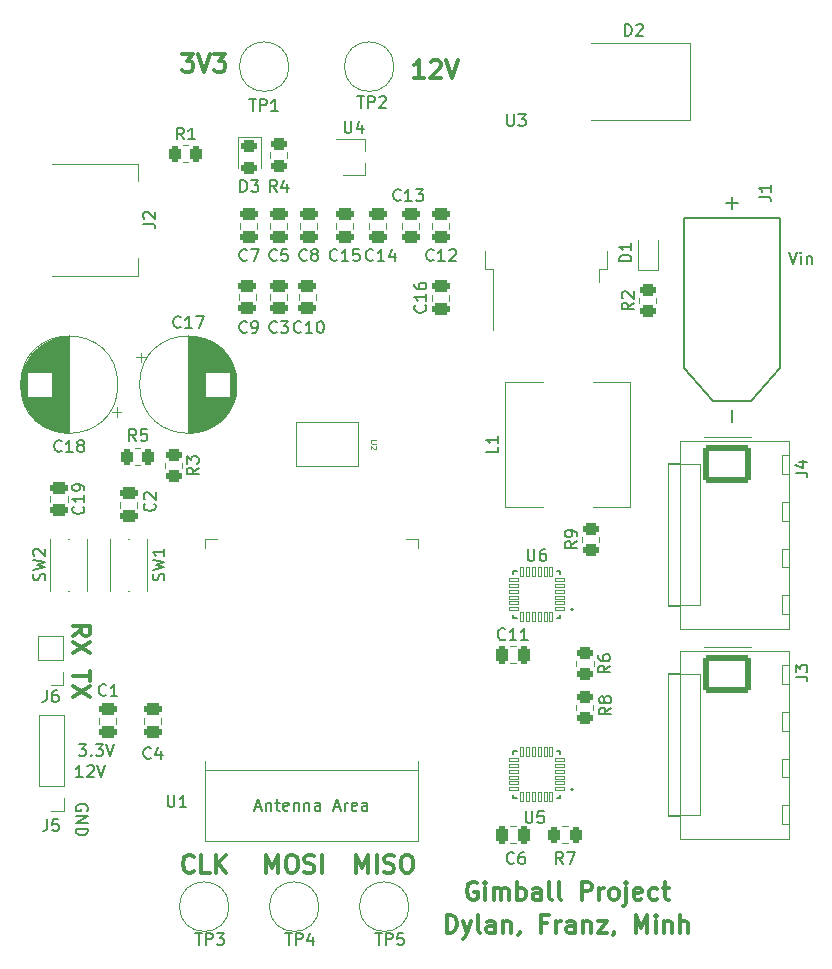
<source format=gto>
G04 #@! TF.GenerationSoftware,KiCad,Pcbnew,(6.0.7)*
G04 #@! TF.CreationDate,2022-11-10T22:17:51-08:00*
G04 #@! TF.ProjectId,Gimbal,47696d62-616c-42e6-9b69-6361645f7063,rev?*
G04 #@! TF.SameCoordinates,Original*
G04 #@! TF.FileFunction,Legend,Top*
G04 #@! TF.FilePolarity,Positive*
%FSLAX46Y46*%
G04 Gerber Fmt 4.6, Leading zero omitted, Abs format (unit mm)*
G04 Created by KiCad (PCBNEW (6.0.7)) date 2022-11-10 22:17:51*
%MOMM*%
%LPD*%
G01*
G04 APERTURE LIST*
G04 Aperture macros list*
%AMRoundRect*
0 Rectangle with rounded corners*
0 $1 Rounding radius*
0 $2 $3 $4 $5 $6 $7 $8 $9 X,Y pos of 4 corners*
0 Add a 4 corners polygon primitive as box body*
4,1,4,$2,$3,$4,$5,$6,$7,$8,$9,$2,$3,0*
0 Add four circle primitives for the rounded corners*
1,1,$1+$1,$2,$3*
1,1,$1+$1,$4,$5*
1,1,$1+$1,$6,$7*
1,1,$1+$1,$8,$9*
0 Add four rect primitives between the rounded corners*
20,1,$1+$1,$2,$3,$4,$5,0*
20,1,$1+$1,$4,$5,$6,$7,0*
20,1,$1+$1,$6,$7,$8,$9,0*
20,1,$1+$1,$8,$9,$2,$3,0*%
G04 Aperture macros list end*
%ADD10C,0.150000*%
%ADD11C,0.300000*%
%ADD12C,0.100000*%
%ADD13C,0.120000*%
%ADD14C,0.127000*%
%ADD15C,0.200000*%
%ADD16C,0.125000*%
%ADD17R,3.600000X2.700000*%
%ADD18RoundRect,0.250000X-0.262500X-0.450000X0.262500X-0.450000X0.262500X0.450000X-0.262500X0.450000X0*%
%ADD19R,1.000000X0.900000*%
%ADD20C,3.600000*%
%ADD21RoundRect,0.250000X-0.475000X0.250000X-0.475000X-0.250000X0.475000X-0.250000X0.475000X0.250000X0*%
%ADD22RoundRect,0.250000X-0.250000X-0.475000X0.250000X-0.475000X0.250000X0.475000X-0.250000X0.475000X0*%
%ADD23R,1.350000X1.350000*%
%ADD24O,1.350000X1.350000*%
%ADD25R,0.800000X4.600000*%
%ADD26R,10.800000X9.400000*%
%ADD27RoundRect,0.250000X0.475000X-0.250000X0.475000X0.250000X-0.475000X0.250000X-0.475000X-0.250000X0*%
%ADD28RoundRect,0.250000X0.262500X0.450000X-0.262500X0.450000X-0.262500X-0.450000X0.262500X-0.450000X0*%
%ADD29R,1.500000X0.900000*%
%ADD30R,0.900000X1.500000*%
%ADD31R,0.900000X0.900000*%
%ADD32RoundRect,0.250000X-1.800000X1.330000X-1.800000X-1.330000X1.800000X-1.330000X1.800000X1.330000X0*%
%ADD33O,4.100000X3.160000*%
%ADD34R,1.220000X0.650000*%
%ADD35RoundRect,0.250000X-0.450000X0.262500X-0.450000X-0.262500X0.450000X-0.262500X0.450000X0.262500X0*%
%ADD36RoundRect,0.243750X-0.456250X0.243750X-0.456250X-0.243750X0.456250X-0.243750X0.456250X0.243750X0*%
%ADD37RoundRect,0.008100X0.421900X0.126900X-0.421900X0.126900X-0.421900X-0.126900X0.421900X-0.126900X0*%
%ADD38RoundRect,0.008100X-0.126900X0.421900X-0.126900X-0.421900X0.126900X-0.421900X0.126900X0.421900X0*%
%ADD39R,2.450000X2.450000*%
%ADD40R,0.250000X0.675000*%
%ADD41R,0.675000X0.250000*%
%ADD42RoundRect,0.250000X0.450000X-0.262500X0.450000X0.262500X-0.450000X0.262500X-0.450000X-0.262500X0*%
%ADD43C,6.000000*%
%ADD44R,6.000000X6.000000*%
%ADD45R,0.450000X0.600000*%
%ADD46R,1.600000X1.600000*%
%ADD47C,1.600000*%
%ADD48C,0.650000*%
%ADD49O,0.650000X0.950000*%
%ADD50R,0.700000X0.300000*%
%ADD51O,1.400000X0.800000*%
%ADD52R,2.500000X3.300000*%
G04 APERTURE END LIST*
D10*
X180332190Y-65238380D02*
X180665523Y-66238380D01*
X180998857Y-65238380D01*
X181332190Y-66238380D02*
X181332190Y-65571714D01*
X181332190Y-65238380D02*
X181284571Y-65286000D01*
X181332190Y-65333619D01*
X181379809Y-65286000D01*
X181332190Y-65238380D01*
X181332190Y-65333619D01*
X181808380Y-65571714D02*
X181808380Y-66238380D01*
X181808380Y-65666952D02*
X181856000Y-65619333D01*
X181951238Y-65571714D01*
X182094095Y-65571714D01*
X182189333Y-65619333D01*
X182236952Y-65714571D01*
X182236952Y-66238380D01*
D11*
X153901142Y-118630000D02*
X153758285Y-118558571D01*
X153544000Y-118558571D01*
X153329714Y-118630000D01*
X153186857Y-118772857D01*
X153115428Y-118915714D01*
X153044000Y-119201428D01*
X153044000Y-119415714D01*
X153115428Y-119701428D01*
X153186857Y-119844285D01*
X153329714Y-119987142D01*
X153544000Y-120058571D01*
X153686857Y-120058571D01*
X153901142Y-119987142D01*
X153972571Y-119915714D01*
X153972571Y-119415714D01*
X153686857Y-119415714D01*
X154615428Y-120058571D02*
X154615428Y-119058571D01*
X154615428Y-118558571D02*
X154544000Y-118630000D01*
X154615428Y-118701428D01*
X154686857Y-118630000D01*
X154615428Y-118558571D01*
X154615428Y-118701428D01*
X155329714Y-120058571D02*
X155329714Y-119058571D01*
X155329714Y-119201428D02*
X155401142Y-119130000D01*
X155544000Y-119058571D01*
X155758285Y-119058571D01*
X155901142Y-119130000D01*
X155972571Y-119272857D01*
X155972571Y-120058571D01*
X155972571Y-119272857D02*
X156044000Y-119130000D01*
X156186857Y-119058571D01*
X156401142Y-119058571D01*
X156544000Y-119130000D01*
X156615428Y-119272857D01*
X156615428Y-120058571D01*
X157329714Y-120058571D02*
X157329714Y-118558571D01*
X157329714Y-119130000D02*
X157472571Y-119058571D01*
X157758285Y-119058571D01*
X157901142Y-119130000D01*
X157972571Y-119201428D01*
X158044000Y-119344285D01*
X158044000Y-119772857D01*
X157972571Y-119915714D01*
X157901142Y-119987142D01*
X157758285Y-120058571D01*
X157472571Y-120058571D01*
X157329714Y-119987142D01*
X159329714Y-120058571D02*
X159329714Y-119272857D01*
X159258285Y-119130000D01*
X159115428Y-119058571D01*
X158829714Y-119058571D01*
X158686857Y-119130000D01*
X159329714Y-119987142D02*
X159186857Y-120058571D01*
X158829714Y-120058571D01*
X158686857Y-119987142D01*
X158615428Y-119844285D01*
X158615428Y-119701428D01*
X158686857Y-119558571D01*
X158829714Y-119487142D01*
X159186857Y-119487142D01*
X159329714Y-119415714D01*
X160258285Y-120058571D02*
X160115428Y-119987142D01*
X160044000Y-119844285D01*
X160044000Y-118558571D01*
X161044000Y-120058571D02*
X160901142Y-119987142D01*
X160829714Y-119844285D01*
X160829714Y-118558571D01*
X162758285Y-120058571D02*
X162758285Y-118558571D01*
X163329714Y-118558571D01*
X163472571Y-118630000D01*
X163544000Y-118701428D01*
X163615428Y-118844285D01*
X163615428Y-119058571D01*
X163544000Y-119201428D01*
X163472571Y-119272857D01*
X163329714Y-119344285D01*
X162758285Y-119344285D01*
X164258285Y-120058571D02*
X164258285Y-119058571D01*
X164258285Y-119344285D02*
X164329714Y-119201428D01*
X164401142Y-119130000D01*
X164544000Y-119058571D01*
X164686857Y-119058571D01*
X165401142Y-120058571D02*
X165258285Y-119987142D01*
X165186857Y-119915714D01*
X165115428Y-119772857D01*
X165115428Y-119344285D01*
X165186857Y-119201428D01*
X165258285Y-119130000D01*
X165401142Y-119058571D01*
X165615428Y-119058571D01*
X165758285Y-119130000D01*
X165829714Y-119201428D01*
X165901142Y-119344285D01*
X165901142Y-119772857D01*
X165829714Y-119915714D01*
X165758285Y-119987142D01*
X165615428Y-120058571D01*
X165401142Y-120058571D01*
X166544000Y-119058571D02*
X166544000Y-120344285D01*
X166472571Y-120487142D01*
X166329714Y-120558571D01*
X166258285Y-120558571D01*
X166544000Y-118558571D02*
X166472571Y-118630000D01*
X166544000Y-118701428D01*
X166615428Y-118630000D01*
X166544000Y-118558571D01*
X166544000Y-118701428D01*
X167829714Y-119987142D02*
X167686857Y-120058571D01*
X167401142Y-120058571D01*
X167258285Y-119987142D01*
X167186857Y-119844285D01*
X167186857Y-119272857D01*
X167258285Y-119130000D01*
X167401142Y-119058571D01*
X167686857Y-119058571D01*
X167829714Y-119130000D01*
X167901142Y-119272857D01*
X167901142Y-119415714D01*
X167186857Y-119558571D01*
X169186857Y-119987142D02*
X169044000Y-120058571D01*
X168758285Y-120058571D01*
X168615428Y-119987142D01*
X168544000Y-119915714D01*
X168472571Y-119772857D01*
X168472571Y-119344285D01*
X168544000Y-119201428D01*
X168615428Y-119130000D01*
X168758285Y-119058571D01*
X169044000Y-119058571D01*
X169186857Y-119130000D01*
X169615428Y-119058571D02*
X170186857Y-119058571D01*
X169829714Y-118558571D02*
X169829714Y-119844285D01*
X169901142Y-119987142D01*
X170044000Y-120058571D01*
X170186857Y-120058571D01*
D10*
X120538952Y-109672380D02*
X119967523Y-109672380D01*
X120253238Y-109672380D02*
X120253238Y-108672380D01*
X120158000Y-108815238D01*
X120062761Y-108910476D01*
X119967523Y-108958095D01*
X120919904Y-108767619D02*
X120967523Y-108720000D01*
X121062761Y-108672380D01*
X121300857Y-108672380D01*
X121396095Y-108720000D01*
X121443714Y-108767619D01*
X121491333Y-108862857D01*
X121491333Y-108958095D01*
X121443714Y-109100952D01*
X120872285Y-109672380D01*
X121491333Y-109672380D01*
X121777047Y-108672380D02*
X122110380Y-109672380D01*
X122443714Y-108672380D01*
D11*
X129917142Y-117629714D02*
X129845714Y-117701142D01*
X129631428Y-117772571D01*
X129488571Y-117772571D01*
X129274285Y-117701142D01*
X129131428Y-117558285D01*
X129060000Y-117415428D01*
X128988571Y-117129714D01*
X128988571Y-116915428D01*
X129060000Y-116629714D01*
X129131428Y-116486857D01*
X129274285Y-116344000D01*
X129488571Y-116272571D01*
X129631428Y-116272571D01*
X129845714Y-116344000D01*
X129917142Y-116415428D01*
X131274285Y-117772571D02*
X130560000Y-117772571D01*
X130560000Y-116272571D01*
X131774285Y-117772571D02*
X131774285Y-116272571D01*
X132631428Y-117772571D02*
X131988571Y-116915428D01*
X132631428Y-116272571D02*
X131774285Y-117129714D01*
X149439428Y-50462571D02*
X148582285Y-50462571D01*
X149010857Y-50462571D02*
X149010857Y-48962571D01*
X148868000Y-49176857D01*
X148725142Y-49319714D01*
X148582285Y-49391142D01*
X150010857Y-49105428D02*
X150082285Y-49034000D01*
X150225142Y-48962571D01*
X150582285Y-48962571D01*
X150725142Y-49034000D01*
X150796571Y-49105428D01*
X150868000Y-49248285D01*
X150868000Y-49391142D01*
X150796571Y-49605428D01*
X149939428Y-50462571D01*
X150868000Y-50462571D01*
X151296571Y-48962571D02*
X151796571Y-50462571D01*
X152296571Y-48962571D01*
D10*
X120189809Y-106894380D02*
X120808857Y-106894380D01*
X120475523Y-107275333D01*
X120618380Y-107275333D01*
X120713619Y-107322952D01*
X120761238Y-107370571D01*
X120808857Y-107465809D01*
X120808857Y-107703904D01*
X120761238Y-107799142D01*
X120713619Y-107846761D01*
X120618380Y-107894380D01*
X120332666Y-107894380D01*
X120237428Y-107846761D01*
X120189809Y-107799142D01*
X121237428Y-107799142D02*
X121285047Y-107846761D01*
X121237428Y-107894380D01*
X121189809Y-107846761D01*
X121237428Y-107799142D01*
X121237428Y-107894380D01*
X121618380Y-106894380D02*
X122237428Y-106894380D01*
X121904095Y-107275333D01*
X122046952Y-107275333D01*
X122142190Y-107322952D01*
X122189809Y-107370571D01*
X122237428Y-107465809D01*
X122237428Y-107703904D01*
X122189809Y-107799142D01*
X122142190Y-107846761D01*
X122046952Y-107894380D01*
X121761238Y-107894380D01*
X121666000Y-107846761D01*
X121618380Y-107799142D01*
X122523142Y-106894380D02*
X122856476Y-107894380D01*
X123189809Y-106894380D01*
D11*
X143692857Y-117772571D02*
X143692857Y-116272571D01*
X144192857Y-117344000D01*
X144692857Y-116272571D01*
X144692857Y-117772571D01*
X145407142Y-117772571D02*
X145407142Y-116272571D01*
X146050000Y-117701142D02*
X146264285Y-117772571D01*
X146621428Y-117772571D01*
X146764285Y-117701142D01*
X146835714Y-117629714D01*
X146907142Y-117486857D01*
X146907142Y-117344000D01*
X146835714Y-117201142D01*
X146764285Y-117129714D01*
X146621428Y-117058285D01*
X146335714Y-116986857D01*
X146192857Y-116915428D01*
X146121428Y-116844000D01*
X146050000Y-116701142D01*
X146050000Y-116558285D01*
X146121428Y-116415428D01*
X146192857Y-116344000D01*
X146335714Y-116272571D01*
X146692857Y-116272571D01*
X146907142Y-116344000D01*
X147835714Y-116272571D02*
X148121428Y-116272571D01*
X148264285Y-116344000D01*
X148407142Y-116486857D01*
X148478571Y-116772571D01*
X148478571Y-117272571D01*
X148407142Y-117558285D01*
X148264285Y-117701142D01*
X148121428Y-117772571D01*
X147835714Y-117772571D01*
X147692857Y-117701142D01*
X147550000Y-117558285D01*
X147478571Y-117272571D01*
X147478571Y-116772571D01*
X147550000Y-116486857D01*
X147692857Y-116344000D01*
X147835714Y-116272571D01*
X128952857Y-48454571D02*
X129881428Y-48454571D01*
X129381428Y-49026000D01*
X129595714Y-49026000D01*
X129738571Y-49097428D01*
X129810000Y-49168857D01*
X129881428Y-49311714D01*
X129881428Y-49668857D01*
X129810000Y-49811714D01*
X129738571Y-49883142D01*
X129595714Y-49954571D01*
X129167142Y-49954571D01*
X129024285Y-49883142D01*
X128952857Y-49811714D01*
X130310000Y-48454571D02*
X130810000Y-49954571D01*
X131310000Y-48454571D01*
X131667142Y-48454571D02*
X132595714Y-48454571D01*
X132095714Y-49026000D01*
X132310000Y-49026000D01*
X132452857Y-49097428D01*
X132524285Y-49168857D01*
X132595714Y-49311714D01*
X132595714Y-49668857D01*
X132524285Y-49811714D01*
X132452857Y-49883142D01*
X132310000Y-49954571D01*
X131881428Y-49954571D01*
X131738571Y-49883142D01*
X131667142Y-49811714D01*
D10*
X120896000Y-112522095D02*
X120943619Y-112426857D01*
X120943619Y-112284000D01*
X120896000Y-112141142D01*
X120800761Y-112045904D01*
X120705523Y-111998285D01*
X120515047Y-111950666D01*
X120372190Y-111950666D01*
X120181714Y-111998285D01*
X120086476Y-112045904D01*
X119991238Y-112141142D01*
X119943619Y-112284000D01*
X119943619Y-112379238D01*
X119991238Y-112522095D01*
X120038857Y-112569714D01*
X120372190Y-112569714D01*
X120372190Y-112379238D01*
X119943619Y-112998285D02*
X120943619Y-112998285D01*
X119943619Y-113569714D01*
X120943619Y-113569714D01*
X119943619Y-114045904D02*
X120943619Y-114045904D01*
X120943619Y-114284000D01*
X120896000Y-114426857D01*
X120800761Y-114522095D01*
X120705523Y-114569714D01*
X120515047Y-114617333D01*
X120372190Y-114617333D01*
X120181714Y-114569714D01*
X120086476Y-114522095D01*
X119991238Y-114426857D01*
X119943619Y-114284000D01*
X119943619Y-114045904D01*
D11*
X151329714Y-122852571D02*
X151329714Y-121352571D01*
X151686857Y-121352571D01*
X151901142Y-121424000D01*
X152044000Y-121566857D01*
X152115428Y-121709714D01*
X152186857Y-121995428D01*
X152186857Y-122209714D01*
X152115428Y-122495428D01*
X152044000Y-122638285D01*
X151901142Y-122781142D01*
X151686857Y-122852571D01*
X151329714Y-122852571D01*
X152686857Y-121852571D02*
X153044000Y-122852571D01*
X153401142Y-121852571D02*
X153044000Y-122852571D01*
X152901142Y-123209714D01*
X152829714Y-123281142D01*
X152686857Y-123352571D01*
X154186857Y-122852571D02*
X154044000Y-122781142D01*
X153972571Y-122638285D01*
X153972571Y-121352571D01*
X155401142Y-122852571D02*
X155401142Y-122066857D01*
X155329714Y-121924000D01*
X155186857Y-121852571D01*
X154901142Y-121852571D01*
X154758285Y-121924000D01*
X155401142Y-122781142D02*
X155258285Y-122852571D01*
X154901142Y-122852571D01*
X154758285Y-122781142D01*
X154686857Y-122638285D01*
X154686857Y-122495428D01*
X154758285Y-122352571D01*
X154901142Y-122281142D01*
X155258285Y-122281142D01*
X155401142Y-122209714D01*
X156115428Y-121852571D02*
X156115428Y-122852571D01*
X156115428Y-121995428D02*
X156186857Y-121924000D01*
X156329714Y-121852571D01*
X156544000Y-121852571D01*
X156686857Y-121924000D01*
X156758285Y-122066857D01*
X156758285Y-122852571D01*
X157544000Y-122781142D02*
X157544000Y-122852571D01*
X157472571Y-122995428D01*
X157401142Y-123066857D01*
X159829714Y-122066857D02*
X159329714Y-122066857D01*
X159329714Y-122852571D02*
X159329714Y-121352571D01*
X160044000Y-121352571D01*
X160615428Y-122852571D02*
X160615428Y-121852571D01*
X160615428Y-122138285D02*
X160686857Y-121995428D01*
X160758285Y-121924000D01*
X160901142Y-121852571D01*
X161044000Y-121852571D01*
X162186857Y-122852571D02*
X162186857Y-122066857D01*
X162115428Y-121924000D01*
X161972571Y-121852571D01*
X161686857Y-121852571D01*
X161544000Y-121924000D01*
X162186857Y-122781142D02*
X162044000Y-122852571D01*
X161686857Y-122852571D01*
X161544000Y-122781142D01*
X161472571Y-122638285D01*
X161472571Y-122495428D01*
X161544000Y-122352571D01*
X161686857Y-122281142D01*
X162044000Y-122281142D01*
X162186857Y-122209714D01*
X162901142Y-121852571D02*
X162901142Y-122852571D01*
X162901142Y-121995428D02*
X162972571Y-121924000D01*
X163115428Y-121852571D01*
X163329714Y-121852571D01*
X163472571Y-121924000D01*
X163544000Y-122066857D01*
X163544000Y-122852571D01*
X164115428Y-121852571D02*
X164901142Y-121852571D01*
X164115428Y-122852571D01*
X164901142Y-122852571D01*
X165544000Y-122781142D02*
X165544000Y-122852571D01*
X165472571Y-122995428D01*
X165401142Y-123066857D01*
X167329714Y-122852571D02*
X167329714Y-121352571D01*
X167829714Y-122424000D01*
X168329714Y-121352571D01*
X168329714Y-122852571D01*
X169044000Y-122852571D02*
X169044000Y-121852571D01*
X169044000Y-121352571D02*
X168972571Y-121424000D01*
X169044000Y-121495428D01*
X169115428Y-121424000D01*
X169044000Y-121352571D01*
X169044000Y-121495428D01*
X169758285Y-121852571D02*
X169758285Y-122852571D01*
X169758285Y-121995428D02*
X169829714Y-121924000D01*
X169972571Y-121852571D01*
X170186857Y-121852571D01*
X170329714Y-121924000D01*
X170401142Y-122066857D01*
X170401142Y-122852571D01*
X171115428Y-122852571D02*
X171115428Y-121352571D01*
X171758285Y-122852571D02*
X171758285Y-122066857D01*
X171686857Y-121924000D01*
X171544000Y-121852571D01*
X171329714Y-121852571D01*
X171186857Y-121924000D01*
X171115428Y-121995428D01*
X136072857Y-117772571D02*
X136072857Y-116272571D01*
X136572857Y-117344000D01*
X137072857Y-116272571D01*
X137072857Y-117772571D01*
X138072857Y-116272571D02*
X138358571Y-116272571D01*
X138501428Y-116344000D01*
X138644285Y-116486857D01*
X138715714Y-116772571D01*
X138715714Y-117272571D01*
X138644285Y-117558285D01*
X138501428Y-117701142D01*
X138358571Y-117772571D01*
X138072857Y-117772571D01*
X137930000Y-117701142D01*
X137787142Y-117558285D01*
X137715714Y-117272571D01*
X137715714Y-116772571D01*
X137787142Y-116486857D01*
X137930000Y-116344000D01*
X138072857Y-116272571D01*
X139287142Y-117701142D02*
X139501428Y-117772571D01*
X139858571Y-117772571D01*
X140001428Y-117701142D01*
X140072857Y-117629714D01*
X140144285Y-117486857D01*
X140144285Y-117344000D01*
X140072857Y-117201142D01*
X140001428Y-117129714D01*
X139858571Y-117058285D01*
X139572857Y-116986857D01*
X139430000Y-116915428D01*
X139358571Y-116844000D01*
X139287142Y-116701142D01*
X139287142Y-116558285D01*
X139358571Y-116415428D01*
X139430000Y-116344000D01*
X139572857Y-116272571D01*
X139930000Y-116272571D01*
X140144285Y-116344000D01*
X140787142Y-117772571D02*
X140787142Y-116272571D01*
X119679428Y-97714857D02*
X120393714Y-97214857D01*
X119679428Y-96857714D02*
X121179428Y-96857714D01*
X121179428Y-97429142D01*
X121108000Y-97572000D01*
X121036571Y-97643428D01*
X120893714Y-97714857D01*
X120679428Y-97714857D01*
X120536571Y-97643428D01*
X120465142Y-97572000D01*
X120393714Y-97429142D01*
X120393714Y-96857714D01*
X121179428Y-98214857D02*
X119679428Y-99214857D01*
X121179428Y-99214857D02*
X119679428Y-98214857D01*
X121179428Y-100714857D02*
X121179428Y-101572000D01*
X119679428Y-101143428D02*
X121179428Y-101143428D01*
X121179428Y-101929142D02*
X119679428Y-102929142D01*
X121179428Y-102929142D02*
X119679428Y-101929142D01*
D10*
X155694380Y-81700666D02*
X155694380Y-82176857D01*
X154694380Y-82176857D01*
X155694380Y-80843523D02*
X155694380Y-81414952D01*
X155694380Y-81129238D02*
X154694380Y-81129238D01*
X154837238Y-81224476D01*
X154932476Y-81319714D01*
X154980095Y-81414952D01*
X129081333Y-55698380D02*
X128748000Y-55222190D01*
X128509904Y-55698380D02*
X128509904Y-54698380D01*
X128890857Y-54698380D01*
X128986095Y-54746000D01*
X129033714Y-54793619D01*
X129081333Y-54888857D01*
X129081333Y-55031714D01*
X129033714Y-55126952D01*
X128986095Y-55174571D01*
X128890857Y-55222190D01*
X128509904Y-55222190D01*
X130033714Y-55698380D02*
X129462285Y-55698380D01*
X129748000Y-55698380D02*
X129748000Y-54698380D01*
X129652761Y-54841238D01*
X129557523Y-54936476D01*
X129462285Y-54984095D01*
X117296761Y-93027333D02*
X117344380Y-92884476D01*
X117344380Y-92646380D01*
X117296761Y-92551142D01*
X117249142Y-92503523D01*
X117153904Y-92455904D01*
X117058666Y-92455904D01*
X116963428Y-92503523D01*
X116915809Y-92551142D01*
X116868190Y-92646380D01*
X116820571Y-92836857D01*
X116772952Y-92932095D01*
X116725333Y-92979714D01*
X116630095Y-93027333D01*
X116534857Y-93027333D01*
X116439619Y-92979714D01*
X116392000Y-92932095D01*
X116344380Y-92836857D01*
X116344380Y-92598761D01*
X116392000Y-92455904D01*
X116344380Y-92122571D02*
X117344380Y-91884476D01*
X116630095Y-91694000D01*
X117344380Y-91503523D01*
X116344380Y-91265428D01*
X116439619Y-90932095D02*
X116392000Y-90884476D01*
X116344380Y-90789238D01*
X116344380Y-90551142D01*
X116392000Y-90455904D01*
X116439619Y-90408285D01*
X116534857Y-90360666D01*
X116630095Y-90360666D01*
X116772952Y-90408285D01*
X117344380Y-90979714D01*
X117344380Y-90360666D01*
X143772095Y-52030380D02*
X144343523Y-52030380D01*
X144057809Y-53030380D02*
X144057809Y-52030380D01*
X144676857Y-53030380D02*
X144676857Y-52030380D01*
X145057809Y-52030380D01*
X145153047Y-52078000D01*
X145200666Y-52125619D01*
X145248285Y-52220857D01*
X145248285Y-52363714D01*
X145200666Y-52458952D01*
X145153047Y-52506571D01*
X145057809Y-52554190D01*
X144676857Y-52554190D01*
X145629238Y-52125619D02*
X145676857Y-52078000D01*
X145772095Y-52030380D01*
X146010190Y-52030380D01*
X146105428Y-52078000D01*
X146153047Y-52125619D01*
X146200666Y-52220857D01*
X146200666Y-52316095D01*
X146153047Y-52458952D01*
X145581619Y-53030380D01*
X146200666Y-53030380D01*
X139495333Y-65889142D02*
X139447714Y-65936761D01*
X139304857Y-65984380D01*
X139209619Y-65984380D01*
X139066761Y-65936761D01*
X138971523Y-65841523D01*
X138923904Y-65746285D01*
X138876285Y-65555809D01*
X138876285Y-65412952D01*
X138923904Y-65222476D01*
X138971523Y-65127238D01*
X139066761Y-65032000D01*
X139209619Y-64984380D01*
X139304857Y-64984380D01*
X139447714Y-65032000D01*
X139495333Y-65079619D01*
X140066761Y-65412952D02*
X139971523Y-65365333D01*
X139923904Y-65317714D01*
X139876285Y-65222476D01*
X139876285Y-65174857D01*
X139923904Y-65079619D01*
X139971523Y-65032000D01*
X140066761Y-64984380D01*
X140257238Y-64984380D01*
X140352476Y-65032000D01*
X140400095Y-65079619D01*
X140447714Y-65174857D01*
X140447714Y-65222476D01*
X140400095Y-65317714D01*
X140352476Y-65365333D01*
X140257238Y-65412952D01*
X140066761Y-65412952D01*
X139971523Y-65460571D01*
X139923904Y-65508190D01*
X139876285Y-65603428D01*
X139876285Y-65793904D01*
X139923904Y-65889142D01*
X139971523Y-65936761D01*
X140066761Y-65984380D01*
X140257238Y-65984380D01*
X140352476Y-65936761D01*
X140400095Y-65889142D01*
X140447714Y-65793904D01*
X140447714Y-65603428D01*
X140400095Y-65508190D01*
X140352476Y-65460571D01*
X140257238Y-65412952D01*
X156291142Y-97991142D02*
X156243523Y-98038761D01*
X156100666Y-98086380D01*
X156005428Y-98086380D01*
X155862571Y-98038761D01*
X155767333Y-97943523D01*
X155719714Y-97848285D01*
X155672095Y-97657809D01*
X155672095Y-97514952D01*
X155719714Y-97324476D01*
X155767333Y-97229238D01*
X155862571Y-97134000D01*
X156005428Y-97086380D01*
X156100666Y-97086380D01*
X156243523Y-97134000D01*
X156291142Y-97181619D01*
X157243523Y-98086380D02*
X156672095Y-98086380D01*
X156957809Y-98086380D02*
X156957809Y-97086380D01*
X156862571Y-97229238D01*
X156767333Y-97324476D01*
X156672095Y-97372095D01*
X158195904Y-98086380D02*
X157624476Y-98086380D01*
X157910190Y-98086380D02*
X157910190Y-97086380D01*
X157814952Y-97229238D01*
X157719714Y-97324476D01*
X157624476Y-97372095D01*
X139019142Y-71985142D02*
X138971523Y-72032761D01*
X138828666Y-72080380D01*
X138733428Y-72080380D01*
X138590571Y-72032761D01*
X138495333Y-71937523D01*
X138447714Y-71842285D01*
X138400095Y-71651809D01*
X138400095Y-71508952D01*
X138447714Y-71318476D01*
X138495333Y-71223238D01*
X138590571Y-71128000D01*
X138733428Y-71080380D01*
X138828666Y-71080380D01*
X138971523Y-71128000D01*
X139019142Y-71175619D01*
X139971523Y-72080380D02*
X139400095Y-72080380D01*
X139685809Y-72080380D02*
X139685809Y-71080380D01*
X139590571Y-71223238D01*
X139495333Y-71318476D01*
X139400095Y-71366095D01*
X140590571Y-71080380D02*
X140685809Y-71080380D01*
X140781047Y-71128000D01*
X140828666Y-71175619D01*
X140876285Y-71270857D01*
X140923904Y-71461333D01*
X140923904Y-71699428D01*
X140876285Y-71889904D01*
X140828666Y-71985142D01*
X140781047Y-72032761D01*
X140685809Y-72080380D01*
X140590571Y-72080380D01*
X140495333Y-72032761D01*
X140447714Y-71985142D01*
X140400095Y-71889904D01*
X140352476Y-71699428D01*
X140352476Y-71461333D01*
X140400095Y-71270857D01*
X140447714Y-71175619D01*
X140495333Y-71128000D01*
X140590571Y-71080380D01*
X117522666Y-113244380D02*
X117522666Y-113958666D01*
X117475047Y-114101523D01*
X117379809Y-114196761D01*
X117236952Y-114244380D01*
X117141714Y-114244380D01*
X118475047Y-113244380D02*
X117998857Y-113244380D01*
X117951238Y-113720571D01*
X117998857Y-113672952D01*
X118094095Y-113625333D01*
X118332190Y-113625333D01*
X118427428Y-113672952D01*
X118475047Y-113720571D01*
X118522666Y-113815809D01*
X118522666Y-114053904D01*
X118475047Y-114149142D01*
X118427428Y-114196761D01*
X118332190Y-114244380D01*
X118094095Y-114244380D01*
X117998857Y-114196761D01*
X117951238Y-114149142D01*
X156464095Y-53554380D02*
X156464095Y-54363904D01*
X156511714Y-54459142D01*
X156559333Y-54506761D01*
X156654571Y-54554380D01*
X156845047Y-54554380D01*
X156940285Y-54506761D01*
X156987904Y-54459142D01*
X157035523Y-54363904D01*
X157035523Y-53554380D01*
X157416476Y-53554380D02*
X158035523Y-53554380D01*
X157702190Y-53935333D01*
X157845047Y-53935333D01*
X157940285Y-53982952D01*
X157987904Y-54030571D01*
X158035523Y-54125809D01*
X158035523Y-54363904D01*
X157987904Y-54459142D01*
X157940285Y-54506761D01*
X157845047Y-54554380D01*
X157559333Y-54554380D01*
X157464095Y-54506761D01*
X157416476Y-54459142D01*
X126287333Y-108053142D02*
X126239714Y-108100761D01*
X126096857Y-108148380D01*
X126001619Y-108148380D01*
X125858761Y-108100761D01*
X125763523Y-108005523D01*
X125715904Y-107910285D01*
X125668285Y-107719809D01*
X125668285Y-107576952D01*
X125715904Y-107386476D01*
X125763523Y-107291238D01*
X125858761Y-107196000D01*
X126001619Y-107148380D01*
X126096857Y-107148380D01*
X126239714Y-107196000D01*
X126287333Y-107243619D01*
X127144476Y-107481714D02*
X127144476Y-108148380D01*
X126906380Y-107100761D02*
X126668285Y-107815047D01*
X127287333Y-107815047D01*
X161188833Y-117038380D02*
X160855500Y-116562190D01*
X160617404Y-117038380D02*
X160617404Y-116038380D01*
X160998357Y-116038380D01*
X161093595Y-116086000D01*
X161141214Y-116133619D01*
X161188833Y-116228857D01*
X161188833Y-116371714D01*
X161141214Y-116466952D01*
X161093595Y-116514571D01*
X160998357Y-116562190D01*
X160617404Y-116562190D01*
X161522166Y-116038380D02*
X162188833Y-116038380D01*
X161760261Y-117038380D01*
X127724095Y-111212380D02*
X127724095Y-112021904D01*
X127771714Y-112117142D01*
X127819333Y-112164761D01*
X127914571Y-112212380D01*
X128105047Y-112212380D01*
X128200285Y-112164761D01*
X128247904Y-112117142D01*
X128295523Y-112021904D01*
X128295523Y-111212380D01*
X129295523Y-112212380D02*
X128724095Y-112212380D01*
X129009809Y-112212380D02*
X129009809Y-111212380D01*
X128914571Y-111355238D01*
X128819333Y-111450476D01*
X128724095Y-111498095D01*
X135154095Y-112230666D02*
X135630285Y-112230666D01*
X135058857Y-112516380D02*
X135392190Y-111516380D01*
X135725523Y-112516380D01*
X136058857Y-111849714D02*
X136058857Y-112516380D01*
X136058857Y-111944952D02*
X136106476Y-111897333D01*
X136201714Y-111849714D01*
X136344571Y-111849714D01*
X136439809Y-111897333D01*
X136487428Y-111992571D01*
X136487428Y-112516380D01*
X136820761Y-111849714D02*
X137201714Y-111849714D01*
X136963619Y-111516380D02*
X136963619Y-112373523D01*
X137011238Y-112468761D01*
X137106476Y-112516380D01*
X137201714Y-112516380D01*
X137916000Y-112468761D02*
X137820761Y-112516380D01*
X137630285Y-112516380D01*
X137535047Y-112468761D01*
X137487428Y-112373523D01*
X137487428Y-111992571D01*
X137535047Y-111897333D01*
X137630285Y-111849714D01*
X137820761Y-111849714D01*
X137916000Y-111897333D01*
X137963619Y-111992571D01*
X137963619Y-112087809D01*
X137487428Y-112183047D01*
X138392190Y-111849714D02*
X138392190Y-112516380D01*
X138392190Y-111944952D02*
X138439809Y-111897333D01*
X138535047Y-111849714D01*
X138677904Y-111849714D01*
X138773142Y-111897333D01*
X138820761Y-111992571D01*
X138820761Y-112516380D01*
X139296952Y-111849714D02*
X139296952Y-112516380D01*
X139296952Y-111944952D02*
X139344571Y-111897333D01*
X139439809Y-111849714D01*
X139582666Y-111849714D01*
X139677904Y-111897333D01*
X139725523Y-111992571D01*
X139725523Y-112516380D01*
X140630285Y-112516380D02*
X140630285Y-111992571D01*
X140582666Y-111897333D01*
X140487428Y-111849714D01*
X140296952Y-111849714D01*
X140201714Y-111897333D01*
X140630285Y-112468761D02*
X140535047Y-112516380D01*
X140296952Y-112516380D01*
X140201714Y-112468761D01*
X140154095Y-112373523D01*
X140154095Y-112278285D01*
X140201714Y-112183047D01*
X140296952Y-112135428D01*
X140535047Y-112135428D01*
X140630285Y-112087809D01*
X141820761Y-112230666D02*
X142296952Y-112230666D01*
X141725523Y-112516380D02*
X142058857Y-111516380D01*
X142392190Y-112516380D01*
X142725523Y-112516380D02*
X142725523Y-111849714D01*
X142725523Y-112040190D02*
X142773142Y-111944952D01*
X142820761Y-111897333D01*
X142916000Y-111849714D01*
X143011238Y-111849714D01*
X143725523Y-112468761D02*
X143630285Y-112516380D01*
X143439809Y-112516380D01*
X143344571Y-112468761D01*
X143296952Y-112373523D01*
X143296952Y-111992571D01*
X143344571Y-111897333D01*
X143439809Y-111849714D01*
X143630285Y-111849714D01*
X143725523Y-111897333D01*
X143773142Y-111992571D01*
X143773142Y-112087809D01*
X143296952Y-112183047D01*
X144630285Y-112516380D02*
X144630285Y-111992571D01*
X144582666Y-111897333D01*
X144487428Y-111849714D01*
X144296952Y-111849714D01*
X144201714Y-111897333D01*
X144630285Y-112468761D02*
X144535047Y-112516380D01*
X144296952Y-112516380D01*
X144201714Y-112468761D01*
X144154095Y-112373523D01*
X144154095Y-112278285D01*
X144201714Y-112183047D01*
X144296952Y-112135428D01*
X144535047Y-112135428D01*
X144630285Y-112087809D01*
X180879380Y-83899333D02*
X181593666Y-83899333D01*
X181736523Y-83946952D01*
X181831761Y-84042190D01*
X181879380Y-84185047D01*
X181879380Y-84280285D01*
X181212714Y-82994571D02*
X181879380Y-82994571D01*
X180831761Y-83232666D02*
X181546047Y-83470761D01*
X181546047Y-82851714D01*
X117484666Y-102318380D02*
X117484666Y-103032666D01*
X117437047Y-103175523D01*
X117341809Y-103270761D01*
X117198952Y-103318380D01*
X117103714Y-103318380D01*
X118389428Y-102318380D02*
X118198952Y-102318380D01*
X118103714Y-102366000D01*
X118056095Y-102413619D01*
X117960857Y-102556476D01*
X117913238Y-102746952D01*
X117913238Y-103127904D01*
X117960857Y-103223142D01*
X118008476Y-103270761D01*
X118103714Y-103318380D01*
X118294190Y-103318380D01*
X118389428Y-103270761D01*
X118437047Y-103223142D01*
X118484666Y-103127904D01*
X118484666Y-102889809D01*
X118437047Y-102794571D01*
X118389428Y-102746952D01*
X118294190Y-102699333D01*
X118103714Y-102699333D01*
X118008476Y-102746952D01*
X117960857Y-102794571D01*
X117913238Y-102889809D01*
X142710095Y-54152380D02*
X142710095Y-54961904D01*
X142757714Y-55057142D01*
X142805333Y-55104761D01*
X142900571Y-55152380D01*
X143091047Y-55152380D01*
X143186285Y-55104761D01*
X143233904Y-55057142D01*
X143281523Y-54961904D01*
X143281523Y-54152380D01*
X144186285Y-54485714D02*
X144186285Y-55152380D01*
X143948190Y-54104761D02*
X143710095Y-54819047D01*
X144329142Y-54819047D01*
X130048095Y-122902380D02*
X130619523Y-122902380D01*
X130333809Y-123902380D02*
X130333809Y-122902380D01*
X130952857Y-123902380D02*
X130952857Y-122902380D01*
X131333809Y-122902380D01*
X131429047Y-122950000D01*
X131476666Y-122997619D01*
X131524285Y-123092857D01*
X131524285Y-123235714D01*
X131476666Y-123330952D01*
X131429047Y-123378571D01*
X131333809Y-123426190D01*
X130952857Y-123426190D01*
X131857619Y-122902380D02*
X132476666Y-122902380D01*
X132143333Y-123283333D01*
X132286190Y-123283333D01*
X132381428Y-123330952D01*
X132429047Y-123378571D01*
X132476666Y-123473809D01*
X132476666Y-123711904D01*
X132429047Y-123807142D01*
X132381428Y-123854761D01*
X132286190Y-123902380D01*
X132000476Y-123902380D01*
X131905238Y-123854761D01*
X131857619Y-123807142D01*
X130334380Y-83478666D02*
X129858190Y-83812000D01*
X130334380Y-84050095D02*
X129334380Y-84050095D01*
X129334380Y-83669142D01*
X129382000Y-83573904D01*
X129429619Y-83526285D01*
X129524857Y-83478666D01*
X129667714Y-83478666D01*
X129762952Y-83526285D01*
X129810571Y-83573904D01*
X129858190Y-83669142D01*
X129858190Y-84050095D01*
X129334380Y-83145333D02*
X129334380Y-82526285D01*
X129715333Y-82859619D01*
X129715333Y-82716761D01*
X129762952Y-82621523D01*
X129810571Y-82573904D01*
X129905809Y-82526285D01*
X130143904Y-82526285D01*
X130239142Y-82573904D01*
X130286761Y-82621523D01*
X130334380Y-82716761D01*
X130334380Y-83002476D01*
X130286761Y-83097714D01*
X130239142Y-83145333D01*
X134628095Y-52284380D02*
X135199523Y-52284380D01*
X134913809Y-53284380D02*
X134913809Y-52284380D01*
X135532857Y-53284380D02*
X135532857Y-52284380D01*
X135913809Y-52284380D01*
X136009047Y-52332000D01*
X136056666Y-52379619D01*
X136104285Y-52474857D01*
X136104285Y-52617714D01*
X136056666Y-52712952D01*
X136009047Y-52760571D01*
X135913809Y-52808190D01*
X135532857Y-52808190D01*
X137056666Y-53284380D02*
X136485238Y-53284380D01*
X136770952Y-53284380D02*
X136770952Y-52284380D01*
X136675714Y-52427238D01*
X136580476Y-52522476D01*
X136485238Y-52570095D01*
X133881904Y-60142380D02*
X133881904Y-59142380D01*
X134120000Y-59142380D01*
X134262857Y-59190000D01*
X134358095Y-59285238D01*
X134405714Y-59380476D01*
X134453333Y-59570952D01*
X134453333Y-59713809D01*
X134405714Y-59904285D01*
X134358095Y-59999523D01*
X134262857Y-60094761D01*
X134120000Y-60142380D01*
X133881904Y-60142380D01*
X134786666Y-59142380D02*
X135405714Y-59142380D01*
X135072380Y-59523333D01*
X135215238Y-59523333D01*
X135310476Y-59570952D01*
X135358095Y-59618571D01*
X135405714Y-59713809D01*
X135405714Y-59951904D01*
X135358095Y-60047142D01*
X135310476Y-60094761D01*
X135215238Y-60142380D01*
X134929523Y-60142380D01*
X134834285Y-60094761D01*
X134786666Y-60047142D01*
X120559142Y-86786857D02*
X120606761Y-86834476D01*
X120654380Y-86977333D01*
X120654380Y-87072571D01*
X120606761Y-87215428D01*
X120511523Y-87310666D01*
X120416285Y-87358285D01*
X120225809Y-87405904D01*
X120082952Y-87405904D01*
X119892476Y-87358285D01*
X119797238Y-87310666D01*
X119702000Y-87215428D01*
X119654380Y-87072571D01*
X119654380Y-86977333D01*
X119702000Y-86834476D01*
X119749619Y-86786857D01*
X120654380Y-85834476D02*
X120654380Y-86405904D01*
X120654380Y-86120190D02*
X119654380Y-86120190D01*
X119797238Y-86215428D01*
X119892476Y-86310666D01*
X119940095Y-86405904D01*
X120654380Y-85358285D02*
X120654380Y-85167809D01*
X120606761Y-85072571D01*
X120559142Y-85024952D01*
X120416285Y-84929714D01*
X120225809Y-84882095D01*
X119844857Y-84882095D01*
X119749619Y-84929714D01*
X119702000Y-84977333D01*
X119654380Y-85072571D01*
X119654380Y-85263047D01*
X119702000Y-85358285D01*
X119749619Y-85405904D01*
X119844857Y-85453523D01*
X120082952Y-85453523D01*
X120178190Y-85405904D01*
X120225809Y-85358285D01*
X120273428Y-85263047D01*
X120273428Y-85072571D01*
X120225809Y-84977333D01*
X120178190Y-84929714D01*
X120082952Y-84882095D01*
X137668095Y-122902380D02*
X138239523Y-122902380D01*
X137953809Y-123902380D02*
X137953809Y-122902380D01*
X138572857Y-123902380D02*
X138572857Y-122902380D01*
X138953809Y-122902380D01*
X139049047Y-122950000D01*
X139096666Y-122997619D01*
X139144285Y-123092857D01*
X139144285Y-123235714D01*
X139096666Y-123330952D01*
X139049047Y-123378571D01*
X138953809Y-123426190D01*
X138572857Y-123426190D01*
X140001428Y-123235714D02*
X140001428Y-123902380D01*
X139763333Y-122854761D02*
X139525238Y-123569047D01*
X140144285Y-123569047D01*
X158204095Y-90384380D02*
X158204095Y-91193904D01*
X158251714Y-91289142D01*
X158299333Y-91336761D01*
X158394571Y-91384380D01*
X158585047Y-91384380D01*
X158680285Y-91336761D01*
X158727904Y-91289142D01*
X158775523Y-91193904D01*
X158775523Y-90384380D01*
X159680285Y-90384380D02*
X159489809Y-90384380D01*
X159394571Y-90432000D01*
X159346952Y-90479619D01*
X159251714Y-90622476D01*
X159204095Y-90812952D01*
X159204095Y-91193904D01*
X159251714Y-91289142D01*
X159299333Y-91336761D01*
X159394571Y-91384380D01*
X159585047Y-91384380D01*
X159680285Y-91336761D01*
X159727904Y-91289142D01*
X159775523Y-91193904D01*
X159775523Y-90955809D01*
X159727904Y-90860571D01*
X159680285Y-90812952D01*
X159585047Y-90765333D01*
X159394571Y-90765333D01*
X159299333Y-90812952D01*
X159251714Y-90860571D01*
X159204095Y-90955809D01*
X158029095Y-112561380D02*
X158029095Y-113370904D01*
X158076714Y-113466142D01*
X158124333Y-113513761D01*
X158219571Y-113561380D01*
X158410047Y-113561380D01*
X158505285Y-113513761D01*
X158552904Y-113466142D01*
X158600523Y-113370904D01*
X158600523Y-112561380D01*
X159552904Y-112561380D02*
X159076714Y-112561380D01*
X159029095Y-113037571D01*
X159076714Y-112989952D01*
X159171952Y-112942333D01*
X159410047Y-112942333D01*
X159505285Y-112989952D01*
X159552904Y-113037571D01*
X159600523Y-113132809D01*
X159600523Y-113370904D01*
X159552904Y-113466142D01*
X159505285Y-113513761D01*
X159410047Y-113561380D01*
X159171952Y-113561380D01*
X159076714Y-113513761D01*
X159029095Y-113466142D01*
X136955333Y-71985142D02*
X136907714Y-72032761D01*
X136764857Y-72080380D01*
X136669619Y-72080380D01*
X136526761Y-72032761D01*
X136431523Y-71937523D01*
X136383904Y-71842285D01*
X136336285Y-71651809D01*
X136336285Y-71508952D01*
X136383904Y-71318476D01*
X136431523Y-71223238D01*
X136526761Y-71128000D01*
X136669619Y-71080380D01*
X136764857Y-71080380D01*
X136907714Y-71128000D01*
X136955333Y-71175619D01*
X137288666Y-71080380D02*
X137907714Y-71080380D01*
X137574380Y-71461333D01*
X137717238Y-71461333D01*
X137812476Y-71508952D01*
X137860095Y-71556571D01*
X137907714Y-71651809D01*
X137907714Y-71889904D01*
X137860095Y-71985142D01*
X137812476Y-72032761D01*
X137717238Y-72080380D01*
X137431523Y-72080380D01*
X137336285Y-72032761D01*
X137288666Y-71985142D01*
X145115142Y-65889142D02*
X145067523Y-65936761D01*
X144924666Y-65984380D01*
X144829428Y-65984380D01*
X144686571Y-65936761D01*
X144591333Y-65841523D01*
X144543714Y-65746285D01*
X144496095Y-65555809D01*
X144496095Y-65412952D01*
X144543714Y-65222476D01*
X144591333Y-65127238D01*
X144686571Y-65032000D01*
X144829428Y-64984380D01*
X144924666Y-64984380D01*
X145067523Y-65032000D01*
X145115142Y-65079619D01*
X146067523Y-65984380D02*
X145496095Y-65984380D01*
X145781809Y-65984380D02*
X145781809Y-64984380D01*
X145686571Y-65127238D01*
X145591333Y-65222476D01*
X145496095Y-65270095D01*
X146924666Y-65317714D02*
X146924666Y-65984380D01*
X146686571Y-64936761D02*
X146448476Y-65651047D01*
X147067523Y-65651047D01*
X149515142Y-69730857D02*
X149562761Y-69778476D01*
X149610380Y-69921333D01*
X149610380Y-70016571D01*
X149562761Y-70159428D01*
X149467523Y-70254666D01*
X149372285Y-70302285D01*
X149181809Y-70349904D01*
X149038952Y-70349904D01*
X148848476Y-70302285D01*
X148753238Y-70254666D01*
X148658000Y-70159428D01*
X148610380Y-70016571D01*
X148610380Y-69921333D01*
X148658000Y-69778476D01*
X148705619Y-69730857D01*
X149610380Y-68778476D02*
X149610380Y-69349904D01*
X149610380Y-69064190D02*
X148610380Y-69064190D01*
X148753238Y-69159428D01*
X148848476Y-69254666D01*
X148896095Y-69349904D01*
X148610380Y-67921333D02*
X148610380Y-68111809D01*
X148658000Y-68207047D01*
X148705619Y-68254666D01*
X148848476Y-68349904D01*
X149038952Y-68397523D01*
X149419904Y-68397523D01*
X149515142Y-68349904D01*
X149562761Y-68302285D01*
X149610380Y-68207047D01*
X149610380Y-68016571D01*
X149562761Y-67921333D01*
X149515142Y-67873714D01*
X149419904Y-67826095D01*
X149181809Y-67826095D01*
X149086571Y-67873714D01*
X149038952Y-67921333D01*
X148991333Y-68016571D01*
X148991333Y-68207047D01*
X149038952Y-68302285D01*
X149086571Y-68349904D01*
X149181809Y-68397523D01*
X122515333Y-102719142D02*
X122467714Y-102766761D01*
X122324857Y-102814380D01*
X122229619Y-102814380D01*
X122086761Y-102766761D01*
X121991523Y-102671523D01*
X121943904Y-102576285D01*
X121896285Y-102385809D01*
X121896285Y-102242952D01*
X121943904Y-102052476D01*
X121991523Y-101957238D01*
X122086761Y-101862000D01*
X122229619Y-101814380D01*
X122324857Y-101814380D01*
X122467714Y-101862000D01*
X122515333Y-101909619D01*
X123467714Y-102814380D02*
X122896285Y-102814380D01*
X123182000Y-102814380D02*
X123182000Y-101814380D01*
X123086761Y-101957238D01*
X122991523Y-102052476D01*
X122896285Y-102100095D01*
D12*
X145396809Y-81153047D02*
X144992047Y-81153047D01*
X144944428Y-81176857D01*
X144920619Y-81200666D01*
X144896809Y-81248285D01*
X144896809Y-81343523D01*
X144920619Y-81391142D01*
X144944428Y-81414952D01*
X144992047Y-81438761D01*
X145396809Y-81438761D01*
X145349190Y-81653047D02*
X145373000Y-81676857D01*
X145396809Y-81724476D01*
X145396809Y-81843523D01*
X145373000Y-81891142D01*
X145349190Y-81914952D01*
X145301571Y-81938761D01*
X145253952Y-81938761D01*
X145182523Y-81914952D01*
X144896809Y-81629238D01*
X144896809Y-81938761D01*
D10*
X162340380Y-89725166D02*
X161864190Y-90058500D01*
X162340380Y-90296595D02*
X161340380Y-90296595D01*
X161340380Y-89915642D01*
X161388000Y-89820404D01*
X161435619Y-89772785D01*
X161530857Y-89725166D01*
X161673714Y-89725166D01*
X161768952Y-89772785D01*
X161816571Y-89820404D01*
X161864190Y-89915642D01*
X161864190Y-90296595D01*
X162340380Y-89248976D02*
X162340380Y-89058500D01*
X162292761Y-88963261D01*
X162245142Y-88915642D01*
X162102285Y-88820404D01*
X161911809Y-88772785D01*
X161530857Y-88772785D01*
X161435619Y-88820404D01*
X161388000Y-88868023D01*
X161340380Y-88963261D01*
X161340380Y-89153738D01*
X161388000Y-89248976D01*
X161435619Y-89296595D01*
X161530857Y-89344214D01*
X161768952Y-89344214D01*
X161864190Y-89296595D01*
X161911809Y-89248976D01*
X161959428Y-89153738D01*
X161959428Y-88963261D01*
X161911809Y-88868023D01*
X161864190Y-88820404D01*
X161768952Y-88772785D01*
X125055333Y-81224380D02*
X124722000Y-80748190D01*
X124483904Y-81224380D02*
X124483904Y-80224380D01*
X124864857Y-80224380D01*
X124960095Y-80272000D01*
X125007714Y-80319619D01*
X125055333Y-80414857D01*
X125055333Y-80557714D01*
X125007714Y-80652952D01*
X124960095Y-80700571D01*
X124864857Y-80748190D01*
X124483904Y-80748190D01*
X125960095Y-80224380D02*
X125483904Y-80224380D01*
X125436285Y-80700571D01*
X125483904Y-80652952D01*
X125579142Y-80605333D01*
X125817238Y-80605333D01*
X125912476Y-80652952D01*
X125960095Y-80700571D01*
X126007714Y-80795809D01*
X126007714Y-81033904D01*
X125960095Y-81129142D01*
X125912476Y-81176761D01*
X125817238Y-81224380D01*
X125579142Y-81224380D01*
X125483904Y-81176761D01*
X125436285Y-81129142D01*
X134415333Y-65889142D02*
X134367714Y-65936761D01*
X134224857Y-65984380D01*
X134129619Y-65984380D01*
X133986761Y-65936761D01*
X133891523Y-65841523D01*
X133843904Y-65746285D01*
X133796285Y-65555809D01*
X133796285Y-65412952D01*
X133843904Y-65222476D01*
X133891523Y-65127238D01*
X133986761Y-65032000D01*
X134129619Y-64984380D01*
X134224857Y-64984380D01*
X134367714Y-65032000D01*
X134415333Y-65079619D01*
X134748666Y-64984380D02*
X135415333Y-64984380D01*
X134986761Y-65984380D01*
X165170380Y-100242666D02*
X164694190Y-100576000D01*
X165170380Y-100814095D02*
X164170380Y-100814095D01*
X164170380Y-100433142D01*
X164218000Y-100337904D01*
X164265619Y-100290285D01*
X164360857Y-100242666D01*
X164503714Y-100242666D01*
X164598952Y-100290285D01*
X164646571Y-100337904D01*
X164694190Y-100433142D01*
X164694190Y-100814095D01*
X164170380Y-99385523D02*
X164170380Y-99576000D01*
X164218000Y-99671238D01*
X164265619Y-99718857D01*
X164408476Y-99814095D01*
X164598952Y-99861714D01*
X164979904Y-99861714D01*
X165075142Y-99814095D01*
X165122761Y-99766476D01*
X165170380Y-99671238D01*
X165170380Y-99480761D01*
X165122761Y-99385523D01*
X165075142Y-99337904D01*
X164979904Y-99290285D01*
X164741809Y-99290285D01*
X164646571Y-99337904D01*
X164598952Y-99385523D01*
X164551333Y-99480761D01*
X164551333Y-99671238D01*
X164598952Y-99766476D01*
X164646571Y-99814095D01*
X164741809Y-99861714D01*
X177760380Y-60531333D02*
X178474666Y-60531333D01*
X178617523Y-60578952D01*
X178712761Y-60674190D01*
X178760380Y-60817047D01*
X178760380Y-60912285D01*
X178760380Y-59531333D02*
X178760380Y-60102761D01*
X178760380Y-59817047D02*
X177760380Y-59817047D01*
X177903238Y-59912285D01*
X177998476Y-60007523D01*
X178046095Y-60102761D01*
X180879380Y-101171333D02*
X181593666Y-101171333D01*
X181736523Y-101218952D01*
X181831761Y-101314190D01*
X181879380Y-101457047D01*
X181879380Y-101552285D01*
X180879380Y-100790380D02*
X180879380Y-100171333D01*
X181260333Y-100504666D01*
X181260333Y-100361809D01*
X181307952Y-100266571D01*
X181355571Y-100218952D01*
X181450809Y-100171333D01*
X181688904Y-100171333D01*
X181784142Y-100218952D01*
X181831761Y-100266571D01*
X181879380Y-100361809D01*
X181879380Y-100647523D01*
X181831761Y-100742761D01*
X181784142Y-100790380D01*
X145288095Y-122902380D02*
X145859523Y-122902380D01*
X145573809Y-123902380D02*
X145573809Y-122902380D01*
X146192857Y-123902380D02*
X146192857Y-122902380D01*
X146573809Y-122902380D01*
X146669047Y-122950000D01*
X146716666Y-122997619D01*
X146764285Y-123092857D01*
X146764285Y-123235714D01*
X146716666Y-123330952D01*
X146669047Y-123378571D01*
X146573809Y-123426190D01*
X146192857Y-123426190D01*
X147669047Y-122902380D02*
X147192857Y-122902380D01*
X147145238Y-123378571D01*
X147192857Y-123330952D01*
X147288095Y-123283333D01*
X147526190Y-123283333D01*
X147621428Y-123330952D01*
X147669047Y-123378571D01*
X147716666Y-123473809D01*
X147716666Y-123711904D01*
X147669047Y-123807142D01*
X147621428Y-123854761D01*
X147526190Y-123902380D01*
X147288095Y-123902380D01*
X147192857Y-123854761D01*
X147145238Y-123807142D01*
X166966380Y-66016095D02*
X165966380Y-66016095D01*
X165966380Y-65778000D01*
X166014000Y-65635142D01*
X166109238Y-65539904D01*
X166204476Y-65492285D01*
X166394952Y-65444666D01*
X166537809Y-65444666D01*
X166728285Y-65492285D01*
X166823523Y-65539904D01*
X166918761Y-65635142D01*
X166966380Y-65778000D01*
X166966380Y-66016095D01*
X166966380Y-64492285D02*
X166966380Y-65063714D01*
X166966380Y-64778000D02*
X165966380Y-64778000D01*
X166109238Y-64873238D01*
X166204476Y-64968476D01*
X166252095Y-65063714D01*
X118739142Y-82061142D02*
X118691523Y-82108761D01*
X118548666Y-82156380D01*
X118453428Y-82156380D01*
X118310571Y-82108761D01*
X118215333Y-82013523D01*
X118167714Y-81918285D01*
X118120095Y-81727809D01*
X118120095Y-81584952D01*
X118167714Y-81394476D01*
X118215333Y-81299238D01*
X118310571Y-81204000D01*
X118453428Y-81156380D01*
X118548666Y-81156380D01*
X118691523Y-81204000D01*
X118739142Y-81251619D01*
X119691523Y-82156380D02*
X119120095Y-82156380D01*
X119405809Y-82156380D02*
X119405809Y-81156380D01*
X119310571Y-81299238D01*
X119215333Y-81394476D01*
X119120095Y-81442095D01*
X120262952Y-81584952D02*
X120167714Y-81537333D01*
X120120095Y-81489714D01*
X120072476Y-81394476D01*
X120072476Y-81346857D01*
X120120095Y-81251619D01*
X120167714Y-81204000D01*
X120262952Y-81156380D01*
X120453428Y-81156380D01*
X120548666Y-81204000D01*
X120596285Y-81251619D01*
X120643904Y-81346857D01*
X120643904Y-81394476D01*
X120596285Y-81489714D01*
X120548666Y-81537333D01*
X120453428Y-81584952D01*
X120262952Y-81584952D01*
X120167714Y-81632571D01*
X120120095Y-81680190D01*
X120072476Y-81775428D01*
X120072476Y-81965904D01*
X120120095Y-82061142D01*
X120167714Y-82108761D01*
X120262952Y-82156380D01*
X120453428Y-82156380D01*
X120548666Y-82108761D01*
X120596285Y-82061142D01*
X120643904Y-81965904D01*
X120643904Y-81775428D01*
X120596285Y-81680190D01*
X120548666Y-81632571D01*
X120453428Y-81584952D01*
X142067142Y-65889142D02*
X142019523Y-65936761D01*
X141876666Y-65984380D01*
X141781428Y-65984380D01*
X141638571Y-65936761D01*
X141543333Y-65841523D01*
X141495714Y-65746285D01*
X141448095Y-65555809D01*
X141448095Y-65412952D01*
X141495714Y-65222476D01*
X141543333Y-65127238D01*
X141638571Y-65032000D01*
X141781428Y-64984380D01*
X141876666Y-64984380D01*
X142019523Y-65032000D01*
X142067142Y-65079619D01*
X143019523Y-65984380D02*
X142448095Y-65984380D01*
X142733809Y-65984380D02*
X142733809Y-64984380D01*
X142638571Y-65127238D01*
X142543333Y-65222476D01*
X142448095Y-65270095D01*
X143924285Y-64984380D02*
X143448095Y-64984380D01*
X143400476Y-65460571D01*
X143448095Y-65412952D01*
X143543333Y-65365333D01*
X143781428Y-65365333D01*
X143876666Y-65412952D01*
X143924285Y-65460571D01*
X143971904Y-65555809D01*
X143971904Y-65793904D01*
X143924285Y-65889142D01*
X143876666Y-65936761D01*
X143781428Y-65984380D01*
X143543333Y-65984380D01*
X143448095Y-65936761D01*
X143400476Y-65889142D01*
X157028585Y-116943142D02*
X156980966Y-116990761D01*
X156838109Y-117038380D01*
X156742871Y-117038380D01*
X156600013Y-116990761D01*
X156504775Y-116895523D01*
X156457156Y-116800285D01*
X156409537Y-116609809D01*
X156409537Y-116466952D01*
X156457156Y-116276476D01*
X156504775Y-116181238D01*
X156600013Y-116086000D01*
X156742871Y-116038380D01*
X156838109Y-116038380D01*
X156980966Y-116086000D01*
X157028585Y-116133619D01*
X157885728Y-116038380D02*
X157695252Y-116038380D01*
X157600013Y-116086000D01*
X157552394Y-116133619D01*
X157457156Y-116276476D01*
X157409537Y-116466952D01*
X157409537Y-116847904D01*
X157457156Y-116943142D01*
X157504775Y-116990761D01*
X157600013Y-117038380D01*
X157790490Y-117038380D01*
X157885728Y-116990761D01*
X157933347Y-116943142D01*
X157980966Y-116847904D01*
X157980966Y-116609809D01*
X157933347Y-116514571D01*
X157885728Y-116466952D01*
X157790490Y-116419333D01*
X157600013Y-116419333D01*
X157504775Y-116466952D01*
X157457156Y-116514571D01*
X157409537Y-116609809D01*
X136955333Y-60142380D02*
X136622000Y-59666190D01*
X136383904Y-60142380D02*
X136383904Y-59142380D01*
X136764857Y-59142380D01*
X136860095Y-59190000D01*
X136907714Y-59237619D01*
X136955333Y-59332857D01*
X136955333Y-59475714D01*
X136907714Y-59570952D01*
X136860095Y-59618571D01*
X136764857Y-59666190D01*
X136383904Y-59666190D01*
X137812476Y-59475714D02*
X137812476Y-60142380D01*
X137574380Y-59094761D02*
X137336285Y-59809047D01*
X137955333Y-59809047D01*
X165260380Y-103798666D02*
X164784190Y-104132000D01*
X165260380Y-104370095D02*
X164260380Y-104370095D01*
X164260380Y-103989142D01*
X164308000Y-103893904D01*
X164355619Y-103846285D01*
X164450857Y-103798666D01*
X164593714Y-103798666D01*
X164688952Y-103846285D01*
X164736571Y-103893904D01*
X164784190Y-103989142D01*
X164784190Y-104370095D01*
X164688952Y-103227238D02*
X164641333Y-103322476D01*
X164593714Y-103370095D01*
X164498476Y-103417714D01*
X164450857Y-103417714D01*
X164355619Y-103370095D01*
X164308000Y-103322476D01*
X164260380Y-103227238D01*
X164260380Y-103036761D01*
X164308000Y-102941523D01*
X164355619Y-102893904D01*
X164450857Y-102846285D01*
X164498476Y-102846285D01*
X164593714Y-102893904D01*
X164641333Y-102941523D01*
X164688952Y-103036761D01*
X164688952Y-103227238D01*
X164736571Y-103322476D01*
X164784190Y-103370095D01*
X164879428Y-103417714D01*
X165069904Y-103417714D01*
X165165142Y-103370095D01*
X165212761Y-103322476D01*
X165260380Y-103227238D01*
X165260380Y-103036761D01*
X165212761Y-102941523D01*
X165165142Y-102893904D01*
X165069904Y-102846285D01*
X164879428Y-102846285D01*
X164784190Y-102893904D01*
X164736571Y-102941523D01*
X164688952Y-103036761D01*
X127392761Y-93027333D02*
X127440380Y-92884476D01*
X127440380Y-92646380D01*
X127392761Y-92551142D01*
X127345142Y-92503523D01*
X127249904Y-92455904D01*
X127154666Y-92455904D01*
X127059428Y-92503523D01*
X127011809Y-92551142D01*
X126964190Y-92646380D01*
X126916571Y-92836857D01*
X126868952Y-92932095D01*
X126821333Y-92979714D01*
X126726095Y-93027333D01*
X126630857Y-93027333D01*
X126535619Y-92979714D01*
X126488000Y-92932095D01*
X126440380Y-92836857D01*
X126440380Y-92598761D01*
X126488000Y-92455904D01*
X126440380Y-92122571D02*
X127440380Y-91884476D01*
X126726095Y-91694000D01*
X127440380Y-91503523D01*
X126440380Y-91265428D01*
X127440380Y-90360666D02*
X127440380Y-90932095D01*
X127440380Y-90646380D02*
X126440380Y-90646380D01*
X126583238Y-90741619D01*
X126678476Y-90836857D01*
X126726095Y-90932095D01*
X125662380Y-62817333D02*
X126376666Y-62817333D01*
X126519523Y-62864952D01*
X126614761Y-62960190D01*
X126662380Y-63103047D01*
X126662380Y-63198285D01*
X125757619Y-62388761D02*
X125710000Y-62341142D01*
X125662380Y-62245904D01*
X125662380Y-62007809D01*
X125710000Y-61912571D01*
X125757619Y-61864952D01*
X125852857Y-61817333D01*
X125948095Y-61817333D01*
X126090952Y-61864952D01*
X126662380Y-62436380D01*
X126662380Y-61817333D01*
X136955333Y-65889142D02*
X136907714Y-65936761D01*
X136764857Y-65984380D01*
X136669619Y-65984380D01*
X136526761Y-65936761D01*
X136431523Y-65841523D01*
X136383904Y-65746285D01*
X136336285Y-65555809D01*
X136336285Y-65412952D01*
X136383904Y-65222476D01*
X136431523Y-65127238D01*
X136526761Y-65032000D01*
X136669619Y-64984380D01*
X136764857Y-64984380D01*
X136907714Y-65032000D01*
X136955333Y-65079619D01*
X137860095Y-64984380D02*
X137383904Y-64984380D01*
X137336285Y-65460571D01*
X137383904Y-65412952D01*
X137479142Y-65365333D01*
X137717238Y-65365333D01*
X137812476Y-65412952D01*
X137860095Y-65460571D01*
X137907714Y-65555809D01*
X137907714Y-65793904D01*
X137860095Y-65889142D01*
X137812476Y-65936761D01*
X137717238Y-65984380D01*
X137479142Y-65984380D01*
X137383904Y-65936761D01*
X137336285Y-65889142D01*
X150233142Y-65889142D02*
X150185523Y-65936761D01*
X150042666Y-65984380D01*
X149947428Y-65984380D01*
X149804571Y-65936761D01*
X149709333Y-65841523D01*
X149661714Y-65746285D01*
X149614095Y-65555809D01*
X149614095Y-65412952D01*
X149661714Y-65222476D01*
X149709333Y-65127238D01*
X149804571Y-65032000D01*
X149947428Y-64984380D01*
X150042666Y-64984380D01*
X150185523Y-65032000D01*
X150233142Y-65079619D01*
X151185523Y-65984380D02*
X150614095Y-65984380D01*
X150899809Y-65984380D02*
X150899809Y-64984380D01*
X150804571Y-65127238D01*
X150709333Y-65222476D01*
X150614095Y-65270095D01*
X151566476Y-65079619D02*
X151614095Y-65032000D01*
X151709333Y-64984380D01*
X151947428Y-64984380D01*
X152042666Y-65032000D01*
X152090285Y-65079619D01*
X152137904Y-65174857D01*
X152137904Y-65270095D01*
X152090285Y-65412952D01*
X151518857Y-65984380D01*
X152137904Y-65984380D01*
X134415333Y-71985142D02*
X134367714Y-72032761D01*
X134224857Y-72080380D01*
X134129619Y-72080380D01*
X133986761Y-72032761D01*
X133891523Y-71937523D01*
X133843904Y-71842285D01*
X133796285Y-71651809D01*
X133796285Y-71508952D01*
X133843904Y-71318476D01*
X133891523Y-71223238D01*
X133986761Y-71128000D01*
X134129619Y-71080380D01*
X134224857Y-71080380D01*
X134367714Y-71128000D01*
X134415333Y-71175619D01*
X134891523Y-72080380D02*
X135082000Y-72080380D01*
X135177238Y-72032761D01*
X135224857Y-71985142D01*
X135320095Y-71842285D01*
X135367714Y-71651809D01*
X135367714Y-71270857D01*
X135320095Y-71175619D01*
X135272476Y-71128000D01*
X135177238Y-71080380D01*
X134986761Y-71080380D01*
X134891523Y-71128000D01*
X134843904Y-71175619D01*
X134796285Y-71270857D01*
X134796285Y-71508952D01*
X134843904Y-71604190D01*
X134891523Y-71651809D01*
X134986761Y-71699428D01*
X135177238Y-71699428D01*
X135272476Y-71651809D01*
X135320095Y-71604190D01*
X135367714Y-71508952D01*
X147439142Y-60809142D02*
X147391523Y-60856761D01*
X147248666Y-60904380D01*
X147153428Y-60904380D01*
X147010571Y-60856761D01*
X146915333Y-60761523D01*
X146867714Y-60666285D01*
X146820095Y-60475809D01*
X146820095Y-60332952D01*
X146867714Y-60142476D01*
X146915333Y-60047238D01*
X147010571Y-59952000D01*
X147153428Y-59904380D01*
X147248666Y-59904380D01*
X147391523Y-59952000D01*
X147439142Y-59999619D01*
X148391523Y-60904380D02*
X147820095Y-60904380D01*
X148105809Y-60904380D02*
X148105809Y-59904380D01*
X148010571Y-60047238D01*
X147915333Y-60142476D01*
X147820095Y-60190095D01*
X148724857Y-59904380D02*
X149343904Y-59904380D01*
X149010571Y-60285333D01*
X149153428Y-60285333D01*
X149248666Y-60332952D01*
X149296285Y-60380571D01*
X149343904Y-60475809D01*
X149343904Y-60713904D01*
X149296285Y-60809142D01*
X149248666Y-60856761D01*
X149153428Y-60904380D01*
X148867714Y-60904380D01*
X148772476Y-60856761D01*
X148724857Y-60809142D01*
X167166380Y-69508666D02*
X166690190Y-69842000D01*
X167166380Y-70080095D02*
X166166380Y-70080095D01*
X166166380Y-69699142D01*
X166214000Y-69603904D01*
X166261619Y-69556285D01*
X166356857Y-69508666D01*
X166499714Y-69508666D01*
X166594952Y-69556285D01*
X166642571Y-69603904D01*
X166690190Y-69699142D01*
X166690190Y-70080095D01*
X166261619Y-69127714D02*
X166214000Y-69080095D01*
X166166380Y-68984857D01*
X166166380Y-68746761D01*
X166214000Y-68651523D01*
X166261619Y-68603904D01*
X166356857Y-68556285D01*
X166452095Y-68556285D01*
X166594952Y-68603904D01*
X167166380Y-69175333D01*
X167166380Y-68556285D01*
X128819142Y-71561142D02*
X128771523Y-71608761D01*
X128628666Y-71656380D01*
X128533428Y-71656380D01*
X128390571Y-71608761D01*
X128295333Y-71513523D01*
X128247714Y-71418285D01*
X128200095Y-71227809D01*
X128200095Y-71084952D01*
X128247714Y-70894476D01*
X128295333Y-70799238D01*
X128390571Y-70704000D01*
X128533428Y-70656380D01*
X128628666Y-70656380D01*
X128771523Y-70704000D01*
X128819142Y-70751619D01*
X129771523Y-71656380D02*
X129200095Y-71656380D01*
X129485809Y-71656380D02*
X129485809Y-70656380D01*
X129390571Y-70799238D01*
X129295333Y-70894476D01*
X129200095Y-70942095D01*
X130104857Y-70656380D02*
X130771523Y-70656380D01*
X130342952Y-71656380D01*
X166431904Y-46934380D02*
X166431904Y-45934380D01*
X166670000Y-45934380D01*
X166812857Y-45982000D01*
X166908095Y-46077238D01*
X166955714Y-46172476D01*
X167003333Y-46362952D01*
X167003333Y-46505809D01*
X166955714Y-46696285D01*
X166908095Y-46791523D01*
X166812857Y-46886761D01*
X166670000Y-46934380D01*
X166431904Y-46934380D01*
X167384285Y-46029619D02*
X167431904Y-45982000D01*
X167527142Y-45934380D01*
X167765238Y-45934380D01*
X167860476Y-45982000D01*
X167908095Y-46029619D01*
X167955714Y-46124857D01*
X167955714Y-46220095D01*
X167908095Y-46362952D01*
X167336666Y-46934380D01*
X167955714Y-46934380D01*
X126595142Y-86526666D02*
X126642761Y-86574285D01*
X126690380Y-86717142D01*
X126690380Y-86812380D01*
X126642761Y-86955238D01*
X126547523Y-87050476D01*
X126452285Y-87098095D01*
X126261809Y-87145714D01*
X126118952Y-87145714D01*
X125928476Y-87098095D01*
X125833238Y-87050476D01*
X125738000Y-86955238D01*
X125690380Y-86812380D01*
X125690380Y-86717142D01*
X125738000Y-86574285D01*
X125785619Y-86526666D01*
X125785619Y-86145714D02*
X125738000Y-86098095D01*
X125690380Y-86002857D01*
X125690380Y-85764761D01*
X125738000Y-85669523D01*
X125785619Y-85621904D01*
X125880857Y-85574285D01*
X125976095Y-85574285D01*
X126118952Y-85621904D01*
X126690380Y-86193333D01*
X126690380Y-85574285D01*
D13*
X166892000Y-76234000D02*
X166892000Y-86834000D01*
X163692000Y-76234000D02*
X166892000Y-76234000D01*
X166892000Y-86834000D02*
X163692000Y-86834000D01*
X156292000Y-86834000D02*
X156292000Y-76234000D01*
X156292000Y-76234000D02*
X159492000Y-76234000D01*
X159492000Y-86834000D02*
X156292000Y-86834000D01*
X129020936Y-57631000D02*
X129475064Y-57631000D01*
X129020936Y-56161000D02*
X129475064Y-56161000D01*
X119392000Y-89494000D02*
X119292000Y-89494000D01*
X117792000Y-89494000D02*
X117792000Y-93894000D01*
X119392000Y-93894000D02*
X119292000Y-93894000D01*
X120892000Y-93894000D02*
X120892000Y-89494000D01*
X146880000Y-49530000D02*
G75*
G03*
X146880000Y-49530000I-2100000J0D01*
G01*
X138927000Y-62730748D02*
X138927000Y-63253252D01*
X140397000Y-62730748D02*
X140397000Y-63253252D01*
X156672748Y-100049000D02*
X157195252Y-100049000D01*
X156672748Y-98579000D02*
X157195252Y-98579000D01*
X140292000Y-68760748D02*
X140292000Y-69283252D01*
X138822000Y-68760748D02*
X138822000Y-69283252D01*
X118930000Y-104398000D02*
X116810000Y-104398000D01*
X118930000Y-112518000D02*
X117870000Y-112518000D01*
X116810000Y-110458000D02*
X116810000Y-104398000D01*
X118930000Y-110458000D02*
X116810000Y-110458000D01*
X118930000Y-111458000D02*
X118930000Y-112518000D01*
X118930000Y-110458000D02*
X118930000Y-104398000D01*
X154547000Y-66662000D02*
X155237000Y-66662000D01*
X154547000Y-65162000D02*
X154547000Y-66662000D01*
X155237000Y-66662000D02*
X155237000Y-71787000D01*
X164257000Y-66662000D02*
X164257000Y-67762000D01*
X164947000Y-65162000D02*
X164947000Y-66662000D01*
X164947000Y-66662000D02*
X164257000Y-66662000D01*
X125719000Y-105163252D02*
X125719000Y-104640748D01*
X127189000Y-105163252D02*
X127189000Y-104640748D01*
X161582564Y-115289000D02*
X161128436Y-115289000D01*
X161582564Y-113819000D02*
X161128436Y-113819000D01*
X130916000Y-115064000D02*
X130916000Y-108314000D01*
X148916000Y-115064000D02*
X148916000Y-108314000D01*
X130916000Y-89564000D02*
X131916000Y-89564000D01*
X148916000Y-115064000D02*
X130916000Y-115064000D01*
X130916000Y-109124000D02*
X148916000Y-109124000D01*
X148916000Y-90314000D02*
X148916000Y-89564000D01*
X130916000Y-90314000D02*
X130916000Y-89564000D01*
X148916000Y-89564000D02*
X147916000Y-89564000D01*
X179737000Y-94294000D02*
X179737000Y-95894000D01*
X171107000Y-83214000D02*
X171107000Y-95094000D01*
X171107000Y-83214000D02*
X172777000Y-83214000D01*
X171107000Y-95094000D02*
X170107000Y-95094000D01*
X179737000Y-95894000D02*
X180337000Y-95894000D01*
X171112000Y-81194000D02*
X180337000Y-81194000D01*
X180337000Y-81194000D02*
X180337000Y-97114000D01*
X180337000Y-94294000D02*
X179737000Y-94294000D01*
X179737000Y-86374000D02*
X179737000Y-87974000D01*
X170107000Y-83099000D02*
X171112000Y-83099000D01*
X171112000Y-83099000D02*
X171112000Y-81194000D01*
X179737000Y-90334000D02*
X179737000Y-91934000D01*
X179737000Y-87974000D02*
X180337000Y-87974000D01*
X170107000Y-95209000D02*
X170107000Y-83099000D01*
X179737000Y-84014000D02*
X180337000Y-84014000D01*
X177117000Y-80904000D02*
X173117000Y-80904000D01*
X180337000Y-86374000D02*
X179737000Y-86374000D01*
X172777000Y-95094000D02*
X171107000Y-95094000D01*
X172777000Y-83214000D02*
X172777000Y-95094000D01*
X180337000Y-90334000D02*
X179737000Y-90334000D01*
X179737000Y-91934000D02*
X180337000Y-91934000D01*
X171112000Y-97114000D02*
X171112000Y-95209000D01*
X179737000Y-82414000D02*
X179737000Y-84014000D01*
X180337000Y-82414000D02*
X179737000Y-82414000D01*
X171112000Y-95209000D02*
X170107000Y-95209000D01*
X180337000Y-97114000D02*
X171112000Y-97114000D01*
X170107000Y-83214000D02*
X171107000Y-83214000D01*
X118878000Y-97746000D02*
X116758000Y-97746000D01*
X116758000Y-99806000D02*
X116758000Y-97746000D01*
X118878000Y-100806000D02*
X118878000Y-101866000D01*
X118878000Y-99806000D02*
X116758000Y-99806000D01*
X118878000Y-101866000D02*
X117818000Y-101866000D01*
X118878000Y-99806000D02*
X118878000Y-97746000D01*
X144422000Y-55650000D02*
X144422000Y-56650000D01*
X144422000Y-58700000D02*
X142572000Y-58700000D01*
X144422000Y-57650000D02*
X144422000Y-58700000D01*
X144402000Y-55640000D02*
X141972000Y-55640000D01*
X132910000Y-120650000D02*
G75*
G03*
X132910000Y-120650000I-2100000J0D01*
G01*
X127497000Y-83084936D02*
X127497000Y-83539064D01*
X128967000Y-83084936D02*
X128967000Y-83539064D01*
X137990000Y-49530000D02*
G75*
G03*
X137990000Y-49530000I-2100000J0D01*
G01*
X135580000Y-58150000D02*
X135580000Y-55465000D01*
X133660000Y-55465000D02*
X133660000Y-58150000D01*
X135580000Y-55465000D02*
X133660000Y-55465000D01*
X119257000Y-85882748D02*
X119257000Y-86405252D01*
X117787000Y-85882748D02*
X117787000Y-86405252D01*
X140530000Y-120650000D02*
G75*
G03*
X140530000Y-120650000I-2100000J0D01*
G01*
D14*
X160966000Y-96234000D02*
X160966000Y-95939000D01*
X160966000Y-92234000D02*
X160671000Y-92234000D01*
X160966000Y-96234000D02*
X160671000Y-96234000D01*
X160966000Y-92234000D02*
X160966000Y-92529000D01*
X156966000Y-96234000D02*
X157261000Y-96234000D01*
X156966000Y-92234000D02*
X157261000Y-92234000D01*
X156966000Y-96234000D02*
X156966000Y-95939000D01*
X156966000Y-92234000D02*
X156966000Y-92529000D01*
D15*
X162041000Y-95484000D02*
G75*
G03*
X162041000Y-95484000I-100000J0D01*
G01*
D14*
X156966000Y-111474000D02*
X157261000Y-111474000D01*
X156966000Y-107474000D02*
X157261000Y-107474000D01*
X156966000Y-111474000D02*
X156966000Y-111179000D01*
X156966000Y-107474000D02*
X156966000Y-107769000D01*
X160966000Y-111474000D02*
X160966000Y-111179000D01*
X160966000Y-107474000D02*
X160671000Y-107474000D01*
X160966000Y-107474000D02*
X160966000Y-107769000D01*
X160966000Y-111474000D02*
X160671000Y-111474000D01*
D15*
X162041000Y-110724000D02*
G75*
G03*
X162041000Y-110724000I-100000J0D01*
G01*
D13*
X137857000Y-68760748D02*
X137857000Y-69283252D01*
X136387000Y-68760748D02*
X136387000Y-69283252D01*
X144769000Y-62730748D02*
X144769000Y-63253252D01*
X146239000Y-62730748D02*
X146239000Y-63253252D01*
X150103000Y-69349252D02*
X150103000Y-68826748D01*
X151573000Y-69349252D02*
X151573000Y-68826748D01*
X121909000Y-105163252D02*
X121909000Y-104640748D01*
X123379000Y-105163252D02*
X123379000Y-104640748D01*
D16*
X143836000Y-79634000D02*
X138546000Y-79634000D01*
X138546000Y-79634000D02*
X138546000Y-83384000D01*
X138546000Y-83384000D02*
X143836000Y-83384000D01*
X143836000Y-83384000D02*
X143836000Y-79634000D01*
D13*
X162803000Y-89785564D02*
X162803000Y-89331436D01*
X164273000Y-89785564D02*
X164273000Y-89331436D01*
X125411064Y-81815000D02*
X124956936Y-81815000D01*
X125411064Y-83285000D02*
X124956936Y-83285000D01*
X135317000Y-62730748D02*
X135317000Y-63253252D01*
X133847000Y-62730748D02*
X133847000Y-63253252D01*
X162333000Y-99848936D02*
X162333000Y-100303064D01*
X163803000Y-99848936D02*
X163803000Y-100303064D01*
D14*
X173914000Y-77854000D02*
X171464000Y-75054000D01*
X171464000Y-75054000D02*
X171464000Y-62354000D01*
X179564000Y-62354000D02*
X179564000Y-75054000D01*
X179564000Y-75054000D02*
X177114000Y-77854000D01*
X176014000Y-61104000D02*
X175014000Y-61104000D01*
X175514000Y-60604000D02*
X175514000Y-61604000D01*
X171464000Y-62354000D02*
X179564000Y-62354000D01*
X177114000Y-77854000D02*
X173914000Y-77854000D01*
X175514000Y-78604000D02*
X175514000Y-79604000D01*
D13*
X179737000Y-112074000D02*
X179737000Y-113674000D01*
X171112000Y-100879000D02*
X171112000Y-98974000D01*
X170107000Y-100994000D02*
X171107000Y-100994000D01*
X180337000Y-98974000D02*
X180337000Y-114894000D01*
X180337000Y-104154000D02*
X179737000Y-104154000D01*
X170107000Y-100879000D02*
X171112000Y-100879000D01*
X179737000Y-113674000D02*
X180337000Y-113674000D01*
X171112000Y-112989000D02*
X170107000Y-112989000D01*
X171107000Y-100994000D02*
X172777000Y-100994000D01*
X179737000Y-100194000D02*
X179737000Y-101794000D01*
X179737000Y-108114000D02*
X179737000Y-109714000D01*
X179737000Y-109714000D02*
X180337000Y-109714000D01*
X172777000Y-100994000D02*
X172777000Y-112874000D01*
X180337000Y-112074000D02*
X179737000Y-112074000D01*
X171112000Y-98974000D02*
X180337000Y-98974000D01*
X179737000Y-101794000D02*
X180337000Y-101794000D01*
X180337000Y-100194000D02*
X179737000Y-100194000D01*
X171107000Y-100994000D02*
X171107000Y-112874000D01*
X171107000Y-112874000D02*
X170107000Y-112874000D01*
X172777000Y-112874000D02*
X171107000Y-112874000D01*
X177117000Y-98684000D02*
X173117000Y-98684000D01*
X179737000Y-105754000D02*
X180337000Y-105754000D01*
X170107000Y-112989000D02*
X170107000Y-100879000D01*
X179737000Y-104154000D02*
X179737000Y-105754000D01*
X180337000Y-108114000D02*
X179737000Y-108114000D01*
X180337000Y-114894000D02*
X171112000Y-114894000D01*
X171112000Y-114894000D02*
X171112000Y-112989000D01*
X148150000Y-120650000D02*
G75*
G03*
X148150000Y-120650000I-2100000J0D01*
G01*
X169214000Y-66778000D02*
X169214000Y-64228000D01*
X167514000Y-66778000D02*
X167514000Y-64228000D01*
X167514000Y-66778000D02*
X169214000Y-66778000D01*
X118661000Y-80471000D02*
X118661000Y-72437000D01*
X116261000Y-75414000D02*
X116261000Y-73803000D01*
X117701000Y-75414000D02*
X117701000Y-72732000D01*
X119302000Y-80534000D02*
X119302000Y-72374000D01*
X117381000Y-80016000D02*
X117381000Y-77494000D01*
X116581000Y-75414000D02*
X116581000Y-73471000D01*
X118742000Y-80484000D02*
X118742000Y-72424000D01*
X116021000Y-75414000D02*
X116021000Y-74109000D01*
X117141000Y-75414000D02*
X117141000Y-73036000D01*
X115581000Y-78006000D02*
X115581000Y-74902000D01*
X117141000Y-79872000D02*
X117141000Y-77494000D01*
X118461000Y-80430000D02*
X118461000Y-72478000D01*
X117941000Y-80275000D02*
X117941000Y-72633000D01*
X116341000Y-75414000D02*
X116341000Y-73713000D01*
X117061000Y-79819000D02*
X117061000Y-77494000D01*
X118141000Y-80343000D02*
X118141000Y-72565000D01*
X119382000Y-80534000D02*
X119382000Y-72374000D01*
X116341000Y-79195000D02*
X116341000Y-77494000D01*
X117781000Y-80211000D02*
X117781000Y-77494000D01*
X117901000Y-80259000D02*
X117901000Y-77494000D01*
X116701000Y-79544000D02*
X116701000Y-77494000D01*
X116861000Y-79674000D02*
X116861000Y-77494000D01*
X117261000Y-75414000D02*
X117261000Y-72961000D01*
X117261000Y-79947000D02*
X117261000Y-77494000D01*
X118341000Y-80401000D02*
X118341000Y-72507000D01*
X118782000Y-80491000D02*
X118782000Y-72417000D01*
X116061000Y-78854000D02*
X116061000Y-77494000D01*
X116221000Y-79058000D02*
X116221000Y-77494000D01*
X117541000Y-75414000D02*
X117541000Y-72807000D01*
X118862000Y-80502000D02*
X118862000Y-72406000D01*
X117381000Y-75414000D02*
X117381000Y-72892000D01*
X116021000Y-78799000D02*
X116021000Y-77494000D01*
X116461000Y-75414000D02*
X116461000Y-73587000D01*
X116661000Y-75414000D02*
X116661000Y-73399000D01*
X118702000Y-80478000D02*
X118702000Y-72430000D01*
X115901000Y-75414000D02*
X115901000Y-74288000D01*
X116061000Y-75414000D02*
X116061000Y-74054000D01*
X117421000Y-75414000D02*
X117421000Y-72870000D01*
X118181000Y-80356000D02*
X118181000Y-72552000D01*
X123791698Y-78769000D02*
X122991698Y-78769000D01*
X117861000Y-80244000D02*
X117861000Y-77494000D01*
X116661000Y-79509000D02*
X116661000Y-77494000D01*
X116581000Y-79437000D02*
X116581000Y-77494000D01*
X115861000Y-75414000D02*
X115861000Y-74352000D01*
X116181000Y-75414000D02*
X116181000Y-73898000D01*
X116981000Y-79763000D02*
X116981000Y-77494000D01*
X117741000Y-75414000D02*
X117741000Y-72714000D01*
X117301000Y-79971000D02*
X117301000Y-77494000D01*
X117501000Y-75414000D02*
X117501000Y-72827000D01*
X116381000Y-79238000D02*
X116381000Y-77494000D01*
X116141000Y-75414000D02*
X116141000Y-73949000D01*
X117061000Y-75414000D02*
X117061000Y-73089000D01*
X116861000Y-75414000D02*
X116861000Y-73234000D01*
X116901000Y-75414000D02*
X116901000Y-73204000D01*
X115941000Y-75414000D02*
X115941000Y-74226000D01*
X115981000Y-75414000D02*
X115981000Y-74167000D01*
X117541000Y-80101000D02*
X117541000Y-77494000D01*
X117581000Y-80120000D02*
X117581000Y-77494000D01*
X116621000Y-75414000D02*
X116621000Y-73435000D01*
X117621000Y-75414000D02*
X117621000Y-72768000D01*
X117861000Y-75414000D02*
X117861000Y-72664000D01*
X116101000Y-78908000D02*
X116101000Y-77494000D01*
X116221000Y-75414000D02*
X116221000Y-73850000D01*
X118301000Y-80390000D02*
X118301000Y-72518000D01*
X116501000Y-79361000D02*
X116501000Y-77494000D01*
X116621000Y-79473000D02*
X116621000Y-77494000D01*
X117821000Y-80228000D02*
X117821000Y-77494000D01*
X116461000Y-79321000D02*
X116461000Y-77494000D01*
X119222000Y-80531000D02*
X119222000Y-72377000D01*
X117221000Y-79923000D02*
X117221000Y-77494000D01*
X115341000Y-77222000D02*
X115341000Y-75686000D01*
X118381000Y-80411000D02*
X118381000Y-72497000D01*
X118261000Y-80379000D02*
X118261000Y-72529000D01*
X117501000Y-80081000D02*
X117501000Y-77494000D01*
X116941000Y-75414000D02*
X116941000Y-73174000D01*
X116301000Y-79151000D02*
X116301000Y-77494000D01*
X118982000Y-80515000D02*
X118982000Y-72393000D01*
X117661000Y-80158000D02*
X117661000Y-77494000D01*
X116981000Y-75414000D02*
X116981000Y-73145000D01*
X116701000Y-75414000D02*
X116701000Y-73364000D01*
X117301000Y-75414000D02*
X117301000Y-72937000D01*
X116421000Y-75414000D02*
X116421000Y-73628000D01*
X117901000Y-75414000D02*
X117901000Y-72649000D01*
X115661000Y-78185000D02*
X115661000Y-74723000D01*
X117781000Y-75414000D02*
X117781000Y-72697000D01*
X119102000Y-80525000D02*
X119102000Y-72383000D01*
X123391698Y-79169000D02*
X123391698Y-78369000D01*
X119342000Y-80534000D02*
X119342000Y-72374000D01*
X118021000Y-80304000D02*
X118021000Y-72604000D01*
X116381000Y-75414000D02*
X116381000Y-73670000D01*
X115941000Y-78682000D02*
X115941000Y-77494000D01*
X116781000Y-79610000D02*
X116781000Y-77494000D01*
X117461000Y-80060000D02*
X117461000Y-77494000D01*
X116941000Y-79734000D02*
X116941000Y-77494000D01*
X119142000Y-80528000D02*
X119142000Y-72380000D01*
X117101000Y-79846000D02*
X117101000Y-77494000D01*
X119182000Y-80530000D02*
X119182000Y-72378000D01*
X116821000Y-75414000D02*
X116821000Y-73265000D01*
X117021000Y-75414000D02*
X117021000Y-73116000D01*
X115461000Y-77683000D02*
X115461000Y-75225000D01*
X115821000Y-78488000D02*
X115821000Y-74420000D01*
X115741000Y-78344000D02*
X115741000Y-74564000D01*
X118421000Y-80421000D02*
X118421000Y-72487000D01*
X115301000Y-76987000D02*
X115301000Y-75921000D01*
X116781000Y-75414000D02*
X116781000Y-73298000D01*
X118221000Y-80368000D02*
X118221000Y-72540000D01*
X118902000Y-80506000D02*
X118902000Y-72402000D01*
X119022000Y-80519000D02*
X119022000Y-72389000D01*
X116181000Y-79010000D02*
X116181000Y-77494000D01*
X118061000Y-80317000D02*
X118061000Y-72591000D01*
X115541000Y-77907000D02*
X115541000Y-75001000D01*
X117981000Y-80289000D02*
X117981000Y-72619000D01*
X117421000Y-80038000D02*
X117421000Y-77494000D01*
X117741000Y-80194000D02*
X117741000Y-77494000D01*
X115901000Y-78620000D02*
X115901000Y-77494000D01*
X118581000Y-80456000D02*
X118581000Y-72452000D01*
X117341000Y-75414000D02*
X117341000Y-72914000D01*
X115501000Y-77800000D02*
X115501000Y-75108000D01*
X115781000Y-78418000D02*
X115781000Y-74490000D01*
X118822000Y-80496000D02*
X118822000Y-72412000D01*
X118621000Y-80464000D02*
X118621000Y-72444000D01*
X117181000Y-79898000D02*
X117181000Y-77494000D01*
X116901000Y-79704000D02*
X116901000Y-77494000D01*
X115381000Y-77402000D02*
X115381000Y-75506000D01*
X115861000Y-78556000D02*
X115861000Y-77494000D01*
X115421000Y-77552000D02*
X115421000Y-75356000D01*
X115621000Y-78099000D02*
X115621000Y-74809000D01*
X115701000Y-78267000D02*
X115701000Y-74641000D01*
X117661000Y-75414000D02*
X117661000Y-72750000D01*
X116821000Y-79643000D02*
X116821000Y-77494000D01*
X119062000Y-80522000D02*
X119062000Y-72386000D01*
X116741000Y-75414000D02*
X116741000Y-73330000D01*
X117221000Y-75414000D02*
X117221000Y-72985000D01*
X117021000Y-79792000D02*
X117021000Y-77494000D01*
X116741000Y-79578000D02*
X116741000Y-77494000D01*
X118942000Y-80511000D02*
X118942000Y-72397000D01*
X116541000Y-75414000D02*
X116541000Y-73509000D01*
X118101000Y-80331000D02*
X118101000Y-72577000D01*
X117461000Y-75414000D02*
X117461000Y-72848000D01*
X118501000Y-80439000D02*
X118501000Y-72469000D01*
X117181000Y-75414000D02*
X117181000Y-73010000D01*
X116301000Y-75414000D02*
X116301000Y-73757000D01*
X118541000Y-80448000D02*
X118541000Y-72460000D01*
X116421000Y-79280000D02*
X116421000Y-77494000D01*
X116141000Y-78959000D02*
X116141000Y-77494000D01*
X117581000Y-75414000D02*
X117581000Y-72788000D01*
X116541000Y-79399000D02*
X116541000Y-77494000D01*
X117821000Y-75414000D02*
X117821000Y-72680000D01*
X119262000Y-80533000D02*
X119262000Y-72375000D01*
X117341000Y-79994000D02*
X117341000Y-77494000D01*
X116101000Y-75414000D02*
X116101000Y-74000000D01*
X117701000Y-80176000D02*
X117701000Y-77494000D01*
X116261000Y-79105000D02*
X116261000Y-77494000D01*
X116501000Y-75414000D02*
X116501000Y-73547000D01*
X117621000Y-80140000D02*
X117621000Y-77494000D01*
X115981000Y-78741000D02*
X115981000Y-77494000D01*
X117101000Y-75414000D02*
X117101000Y-73062000D01*
X123502000Y-76454000D02*
G75*
G03*
X123502000Y-76454000I-4120000J0D01*
G01*
X141975000Y-62730748D02*
X141975000Y-63253252D01*
X143445000Y-62730748D02*
X143445000Y-63253252D01*
X156672748Y-113819000D02*
X157195252Y-113819000D01*
X156672748Y-115289000D02*
X157195252Y-115289000D01*
X136387000Y-56772436D02*
X136387000Y-57226564D01*
X137857000Y-56772436D02*
X137857000Y-57226564D01*
X162295000Y-104009564D02*
X162295000Y-103555436D01*
X163765000Y-104009564D02*
X163765000Y-103555436D01*
X122872000Y-89494000D02*
X122872000Y-93894000D01*
X124472000Y-89494000D02*
X124372000Y-89494000D01*
X124472000Y-93894000D02*
X124372000Y-93894000D01*
X125972000Y-93894000D02*
X125972000Y-89494000D01*
X125220000Y-57734000D02*
X117960000Y-57734000D01*
X125220000Y-67234000D02*
X117960000Y-67234000D01*
X125220000Y-65734000D02*
X125220000Y-67234000D01*
X125220000Y-57734000D02*
X125220000Y-59234000D01*
X137857000Y-62730748D02*
X137857000Y-63253252D01*
X136387000Y-62730748D02*
X136387000Y-63253252D01*
X151573000Y-62730748D02*
X151573000Y-63253252D01*
X150103000Y-62730748D02*
X150103000Y-63253252D01*
X133742000Y-68760748D02*
X133742000Y-69283252D01*
X135212000Y-68760748D02*
X135212000Y-69283252D01*
X147563000Y-62730748D02*
X147563000Y-63253252D01*
X149033000Y-62730748D02*
X149033000Y-63253252D01*
X169099000Y-69569064D02*
X169099000Y-69114936D01*
X167629000Y-69569064D02*
X167629000Y-69114936D01*
X131143000Y-77494000D02*
X131143000Y-80176000D01*
X131783000Y-77494000D02*
X131783000Y-79819000D01*
X133543000Y-75921000D02*
X133543000Y-76987000D01*
X131383000Y-72848000D02*
X131383000Y-75414000D01*
X131903000Y-73174000D02*
X131903000Y-75414000D01*
X133503000Y-75686000D02*
X133503000Y-77222000D01*
X129742000Y-72383000D02*
X129742000Y-80525000D01*
X132823000Y-74109000D02*
X132823000Y-75414000D01*
X131463000Y-77494000D02*
X131463000Y-80016000D01*
X132463000Y-77494000D02*
X132463000Y-79238000D01*
X132903000Y-77494000D02*
X132903000Y-78682000D01*
X132143000Y-73364000D02*
X132143000Y-75414000D01*
X131303000Y-72807000D02*
X131303000Y-75414000D01*
X132503000Y-73713000D02*
X132503000Y-75414000D01*
X132543000Y-77494000D02*
X132543000Y-79151000D01*
X131503000Y-72914000D02*
X131503000Y-75414000D01*
X132263000Y-77494000D02*
X132263000Y-79437000D01*
X131263000Y-77494000D02*
X131263000Y-80120000D01*
X131423000Y-77494000D02*
X131423000Y-80038000D01*
X129622000Y-72377000D02*
X129622000Y-80531000D01*
X131263000Y-72788000D02*
X131263000Y-75414000D01*
X131103000Y-72714000D02*
X131103000Y-75414000D01*
X131463000Y-72892000D02*
X131463000Y-75414000D01*
X132783000Y-77494000D02*
X132783000Y-78854000D01*
X125052302Y-74139000D02*
X125852302Y-74139000D01*
X132143000Y-77494000D02*
X132143000Y-79544000D01*
X130062000Y-72417000D02*
X130062000Y-80491000D01*
X132343000Y-77494000D02*
X132343000Y-79361000D01*
X130102000Y-72424000D02*
X130102000Y-80484000D01*
X130343000Y-72469000D02*
X130343000Y-80439000D01*
X129902000Y-72397000D02*
X129902000Y-80511000D01*
X131663000Y-77494000D02*
X131663000Y-79898000D01*
X132863000Y-74167000D02*
X132863000Y-75414000D01*
X129702000Y-72380000D02*
X129702000Y-80528000D01*
X129862000Y-72393000D02*
X129862000Y-80515000D01*
X132023000Y-77494000D02*
X132023000Y-79643000D01*
X131863000Y-73145000D02*
X131863000Y-75414000D01*
X130583000Y-72529000D02*
X130583000Y-80379000D01*
X132423000Y-77494000D02*
X132423000Y-79280000D01*
X132103000Y-73330000D02*
X132103000Y-75414000D01*
X130863000Y-72619000D02*
X130863000Y-80289000D01*
X133143000Y-74641000D02*
X133143000Y-78267000D01*
X131023000Y-72680000D02*
X131023000Y-75414000D01*
X130543000Y-72518000D02*
X130543000Y-80390000D01*
X129822000Y-72389000D02*
X129822000Y-80519000D01*
X130743000Y-72577000D02*
X130743000Y-80331000D01*
X131663000Y-73010000D02*
X131663000Y-75414000D01*
X131063000Y-77494000D02*
X131063000Y-80211000D01*
X132663000Y-73898000D02*
X132663000Y-75414000D01*
X131743000Y-73062000D02*
X131743000Y-75414000D01*
X132623000Y-73850000D02*
X132623000Y-75414000D01*
X131183000Y-72750000D02*
X131183000Y-75414000D01*
X129662000Y-72378000D02*
X129662000Y-80530000D01*
X131943000Y-77494000D02*
X131943000Y-79704000D01*
X132983000Y-77494000D02*
X132983000Y-78556000D01*
X129782000Y-72386000D02*
X129782000Y-80522000D01*
X131063000Y-72697000D02*
X131063000Y-75414000D01*
X131623000Y-72985000D02*
X131623000Y-75414000D01*
X131183000Y-77494000D02*
X131183000Y-80158000D01*
X132343000Y-73547000D02*
X132343000Y-75414000D01*
X131863000Y-77494000D02*
X131863000Y-79763000D01*
X130663000Y-72552000D02*
X130663000Y-80356000D01*
X133463000Y-75506000D02*
X133463000Y-77402000D01*
X132743000Y-77494000D02*
X132743000Y-78908000D01*
X132943000Y-77494000D02*
X132943000Y-78620000D01*
X132703000Y-73949000D02*
X132703000Y-75414000D01*
X133383000Y-75225000D02*
X133383000Y-77683000D01*
X132863000Y-77494000D02*
X132863000Y-78741000D01*
X131783000Y-73089000D02*
X131783000Y-75414000D01*
X133063000Y-74490000D02*
X133063000Y-78418000D01*
X131623000Y-77494000D02*
X131623000Y-79923000D01*
X131823000Y-73116000D02*
X131823000Y-75414000D01*
X131703000Y-77494000D02*
X131703000Y-79872000D01*
X131103000Y-77494000D02*
X131103000Y-80194000D01*
X125452302Y-73739000D02*
X125452302Y-74539000D01*
X131943000Y-73204000D02*
X131943000Y-75414000D01*
X129542000Y-72374000D02*
X129542000Y-80534000D01*
X132223000Y-73435000D02*
X132223000Y-75414000D01*
X132903000Y-74226000D02*
X132903000Y-75414000D01*
X133423000Y-75356000D02*
X133423000Y-77552000D01*
X129942000Y-72402000D02*
X129942000Y-80506000D01*
X131023000Y-77494000D02*
X131023000Y-80228000D01*
X131143000Y-72732000D02*
X131143000Y-75414000D01*
X131703000Y-73036000D02*
X131703000Y-75414000D01*
X133343000Y-75108000D02*
X133343000Y-77800000D01*
X131543000Y-77494000D02*
X131543000Y-79971000D01*
X132503000Y-77494000D02*
X132503000Y-79195000D01*
X133223000Y-74809000D02*
X133223000Y-78099000D01*
X130703000Y-72565000D02*
X130703000Y-80343000D01*
X132063000Y-73298000D02*
X132063000Y-75414000D01*
X132583000Y-73803000D02*
X132583000Y-75414000D01*
X133263000Y-74902000D02*
X133263000Y-78006000D01*
X129462000Y-72374000D02*
X129462000Y-80534000D01*
X130142000Y-72430000D02*
X130142000Y-80478000D01*
X130903000Y-72633000D02*
X130903000Y-80275000D01*
X131983000Y-73234000D02*
X131983000Y-75414000D01*
X130022000Y-72412000D02*
X130022000Y-80496000D01*
X132783000Y-74054000D02*
X132783000Y-75414000D01*
X130823000Y-72604000D02*
X130823000Y-80304000D01*
X132823000Y-77494000D02*
X132823000Y-78799000D01*
X131503000Y-77494000D02*
X131503000Y-79994000D01*
X130223000Y-72444000D02*
X130223000Y-80464000D01*
X132663000Y-77494000D02*
X132663000Y-79010000D01*
X131743000Y-77494000D02*
X131743000Y-79846000D01*
X132583000Y-77494000D02*
X132583000Y-79105000D01*
X130783000Y-72591000D02*
X130783000Y-80317000D01*
X131423000Y-72870000D02*
X131423000Y-75414000D01*
X131583000Y-72961000D02*
X131583000Y-75414000D01*
X132983000Y-74352000D02*
X132983000Y-75414000D01*
X132623000Y-77494000D02*
X132623000Y-79058000D01*
X130463000Y-72497000D02*
X130463000Y-80411000D01*
X131583000Y-77494000D02*
X131583000Y-79947000D01*
X129982000Y-72406000D02*
X129982000Y-80502000D01*
X132543000Y-73757000D02*
X132543000Y-75414000D01*
X130503000Y-72507000D02*
X130503000Y-80401000D01*
X131223000Y-72768000D02*
X131223000Y-75414000D01*
X131823000Y-77494000D02*
X131823000Y-79792000D01*
X132423000Y-73628000D02*
X132423000Y-75414000D01*
X131303000Y-77494000D02*
X131303000Y-80101000D01*
X132743000Y-74000000D02*
X132743000Y-75414000D01*
X130983000Y-77494000D02*
X130983000Y-80244000D01*
X132183000Y-77494000D02*
X132183000Y-79509000D01*
X130263000Y-72452000D02*
X130263000Y-80456000D01*
X133023000Y-74420000D02*
X133023000Y-78488000D01*
X131903000Y-77494000D02*
X131903000Y-79734000D01*
X132223000Y-77494000D02*
X132223000Y-79473000D01*
X130423000Y-72487000D02*
X130423000Y-80421000D01*
X130943000Y-77494000D02*
X130943000Y-80259000D01*
X132063000Y-77494000D02*
X132063000Y-79610000D01*
X132703000Y-77494000D02*
X132703000Y-78959000D01*
X132183000Y-73399000D02*
X132183000Y-75414000D01*
X132303000Y-77494000D02*
X132303000Y-79399000D01*
X131223000Y-77494000D02*
X131223000Y-80140000D01*
X131383000Y-77494000D02*
X131383000Y-80060000D01*
X132023000Y-73265000D02*
X132023000Y-75414000D01*
X132303000Y-73509000D02*
X132303000Y-75414000D01*
X132463000Y-73670000D02*
X132463000Y-75414000D01*
X130943000Y-72649000D02*
X130943000Y-75414000D01*
X130183000Y-72437000D02*
X130183000Y-80471000D01*
X130983000Y-72664000D02*
X130983000Y-75414000D01*
X133103000Y-74564000D02*
X133103000Y-78344000D01*
X132383000Y-73587000D02*
X132383000Y-75414000D01*
X130623000Y-72540000D02*
X130623000Y-80368000D01*
X129582000Y-72375000D02*
X129582000Y-80533000D01*
X129502000Y-72374000D02*
X129502000Y-80534000D01*
X131983000Y-77494000D02*
X131983000Y-79674000D01*
X130383000Y-72478000D02*
X130383000Y-80430000D01*
X132943000Y-74288000D02*
X132943000Y-75414000D01*
X130303000Y-72460000D02*
X130303000Y-80448000D01*
X132383000Y-77494000D02*
X132383000Y-79321000D01*
X131343000Y-72827000D02*
X131343000Y-75414000D01*
X131543000Y-72937000D02*
X131543000Y-75414000D01*
X133303000Y-75001000D02*
X133303000Y-77907000D01*
X133183000Y-74723000D02*
X133183000Y-78185000D01*
X132103000Y-77494000D02*
X132103000Y-79578000D01*
X132263000Y-73471000D02*
X132263000Y-75414000D01*
X131343000Y-77494000D02*
X131343000Y-80081000D01*
X133582000Y-76454000D02*
G75*
G03*
X133582000Y-76454000I-4120000J0D01*
G01*
X171932000Y-47550000D02*
X171932000Y-54050000D01*
X171932000Y-47550000D02*
X163532000Y-47550000D01*
X171932000Y-54050000D02*
X163532000Y-54050000D01*
X123687000Y-86352748D02*
X123687000Y-86875252D01*
X125157000Y-86352748D02*
X125157000Y-86875252D01*
%LPC*%
D17*
X161592000Y-85684000D03*
X161592000Y-77384000D03*
D18*
X128335500Y-56896000D03*
X130160500Y-56896000D03*
D19*
X118542000Y-93744000D03*
X118542000Y-89644000D03*
X120142000Y-93744000D03*
X120142000Y-89644000D03*
D20*
X144780000Y-49530000D03*
D21*
X139662000Y-62042000D03*
X139662000Y-63942000D03*
D22*
X155984000Y-99314000D03*
X157884000Y-99314000D03*
D21*
X139557000Y-68072000D03*
X139557000Y-69972000D03*
D23*
X117870000Y-111458000D03*
D24*
X117870000Y-109458000D03*
X117870000Y-107458000D03*
X117870000Y-105458000D03*
D25*
X155937000Y-69487000D03*
X157207000Y-69487000D03*
X158477000Y-69487000D03*
X159747000Y-69487000D03*
X161017000Y-69487000D03*
X162287000Y-69487000D03*
X163557000Y-69487000D03*
D26*
X159747000Y-60337000D03*
D27*
X126454000Y-105852000D03*
X126454000Y-103952000D03*
D28*
X162268000Y-114554000D03*
X160443000Y-114554000D03*
D29*
X148666000Y-107574000D03*
X148666000Y-106304000D03*
X148666000Y-105034000D03*
X148666000Y-103764000D03*
X148666000Y-102494000D03*
X148666000Y-101224000D03*
X148666000Y-99954000D03*
X148666000Y-98684000D03*
X148666000Y-97414000D03*
X148666000Y-96144000D03*
X148666000Y-94874000D03*
X148666000Y-93604000D03*
X148666000Y-92334000D03*
X148666000Y-91064000D03*
D30*
X146901000Y-89814000D03*
X145631000Y-89814000D03*
X144361000Y-89814000D03*
X143091000Y-89814000D03*
X141821000Y-89814000D03*
X140551000Y-89814000D03*
X139281000Y-89814000D03*
X138011000Y-89814000D03*
X136741000Y-89814000D03*
X135471000Y-89814000D03*
X134201000Y-89814000D03*
X132931000Y-89814000D03*
D29*
X131166000Y-91064000D03*
X131166000Y-92334000D03*
X131166000Y-93604000D03*
X131166000Y-94874000D03*
X131166000Y-96144000D03*
X131166000Y-97414000D03*
X131166000Y-98684000D03*
X131166000Y-99954000D03*
X131166000Y-101224000D03*
X131166000Y-102494000D03*
X131166000Y-103764000D03*
X131166000Y-105034000D03*
X131166000Y-106304000D03*
X131166000Y-107574000D03*
D31*
X141416000Y-98454000D03*
X140016000Y-99854000D03*
X142816000Y-98454000D03*
X142816000Y-99854000D03*
X140016000Y-98454000D03*
X140016000Y-101254000D03*
X141416000Y-101254000D03*
X142816000Y-101254000D03*
X141416000Y-99854000D03*
D32*
X175117000Y-83214000D03*
D33*
X175117000Y-87174000D03*
X175117000Y-91134000D03*
X175117000Y-95094000D03*
D23*
X117818000Y-100806000D03*
D24*
X117818000Y-98806000D03*
D34*
X142162000Y-56200000D03*
X142162000Y-58100000D03*
X144782000Y-57150000D03*
D20*
X130810000Y-120650000D03*
D35*
X128232000Y-82399500D03*
X128232000Y-84224500D03*
D20*
X135890000Y-49530000D03*
D36*
X134620000Y-56212500D03*
X134620000Y-58087500D03*
D21*
X118522000Y-85194000D03*
X118522000Y-87094000D03*
D20*
X138430000Y-120650000D03*
D37*
X160901000Y-95484000D03*
X160901000Y-94984000D03*
X160901000Y-94484000D03*
X160901000Y-93984000D03*
X160901000Y-93484000D03*
X160901000Y-92984000D03*
D38*
X160216000Y-92299000D03*
X159716000Y-92299000D03*
X159216000Y-92299000D03*
X158716000Y-92299000D03*
X158216000Y-92299000D03*
X157716000Y-92299000D03*
D37*
X157031000Y-92984000D03*
X157031000Y-93484000D03*
X157031000Y-93984000D03*
X157031000Y-94484000D03*
X157031000Y-94984000D03*
X157031000Y-95484000D03*
D38*
X157716000Y-96169000D03*
X158216000Y-96169000D03*
X158716000Y-96169000D03*
X159216000Y-96169000D03*
X159716000Y-96169000D03*
X160216000Y-96169000D03*
D39*
X158966000Y-94234000D03*
D37*
X160901000Y-110724000D03*
X160901000Y-110224000D03*
X160901000Y-109724000D03*
X160901000Y-109224000D03*
X160901000Y-108724000D03*
X160901000Y-108224000D03*
D38*
X160216000Y-107539000D03*
X159716000Y-107539000D03*
X159216000Y-107539000D03*
X158716000Y-107539000D03*
X158216000Y-107539000D03*
X157716000Y-107539000D03*
D37*
X157031000Y-108224000D03*
X157031000Y-108724000D03*
X157031000Y-109224000D03*
X157031000Y-109724000D03*
X157031000Y-110224000D03*
X157031000Y-110724000D03*
D38*
X157716000Y-111409000D03*
X158216000Y-111409000D03*
X158716000Y-111409000D03*
X159216000Y-111409000D03*
X159716000Y-111409000D03*
X160216000Y-111409000D03*
D39*
X158966000Y-109474000D03*
D21*
X137122000Y-68072000D03*
X137122000Y-69972000D03*
X145504000Y-62042000D03*
X145504000Y-63942000D03*
D27*
X150838000Y-70038000D03*
X150838000Y-68138000D03*
X122644000Y-105852000D03*
X122644000Y-103952000D03*
D40*
X142686000Y-82796500D03*
X142186000Y-82796500D03*
X141686000Y-82796500D03*
X141186000Y-82796500D03*
X140686000Y-82796500D03*
X140186000Y-82796500D03*
X139686000Y-82796500D03*
D41*
X139173500Y-81534000D03*
D40*
X139686000Y-80271500D03*
X140186000Y-80271500D03*
X140686000Y-80271500D03*
X141186000Y-80271500D03*
X141686000Y-80271500D03*
X142186000Y-80271500D03*
X142686000Y-80271500D03*
D41*
X143198500Y-81534000D03*
D42*
X163538000Y-90471000D03*
X163538000Y-88646000D03*
D28*
X126096500Y-82550000D03*
X124271500Y-82550000D03*
D21*
X134582000Y-62042000D03*
X134582000Y-63942000D03*
D35*
X163068000Y-99163500D03*
X163068000Y-100988500D03*
D43*
X175514000Y-73704000D03*
D44*
X175514000Y-66504000D03*
D32*
X175117000Y-100994000D03*
D33*
X175117000Y-104954000D03*
X175117000Y-108914000D03*
X175117000Y-112874000D03*
D20*
X146050000Y-120650000D03*
D45*
X168364000Y-66328000D03*
X168364000Y-64228000D03*
D46*
X121882000Y-76454000D03*
D47*
X116882000Y-76454000D03*
D21*
X142710000Y-62042000D03*
X142710000Y-63942000D03*
D22*
X155984000Y-114554000D03*
X157884000Y-114554000D03*
D35*
X137122000Y-56087000D03*
X137122000Y-57912000D03*
D42*
X163030000Y-104695000D03*
X163030000Y-102870000D03*
D19*
X123622000Y-93744000D03*
X123622000Y-89644000D03*
X125222000Y-93744000D03*
X125222000Y-89644000D03*
D48*
X124210000Y-58884000D03*
D49*
X124210000Y-66084000D03*
D50*
X124870000Y-59734000D03*
X124870000Y-60234000D03*
X124870000Y-60734000D03*
X124870000Y-61234000D03*
X124870000Y-61734000D03*
X124870000Y-62234000D03*
X124870000Y-62734000D03*
X124870000Y-63234000D03*
X124870000Y-63734000D03*
X124870000Y-64234000D03*
X124870000Y-64734000D03*
X124870000Y-65234000D03*
X123170000Y-64984000D03*
X123170000Y-64484000D03*
X123170000Y-63984000D03*
X123170000Y-63484000D03*
X123170000Y-62984000D03*
X123170000Y-62484000D03*
X123170000Y-61984000D03*
X123170000Y-61484000D03*
X123170000Y-60984000D03*
X123170000Y-60484000D03*
X123170000Y-59984000D03*
X123170000Y-59484000D03*
D51*
X117010000Y-66974000D03*
X122960000Y-58354000D03*
X122960000Y-66614000D03*
X117010000Y-57994000D03*
D21*
X137122000Y-62042000D03*
X137122000Y-63942000D03*
X150838000Y-62042000D03*
X150838000Y-63942000D03*
X134477000Y-68072000D03*
X134477000Y-69972000D03*
X148298000Y-62042000D03*
X148298000Y-63942000D03*
D42*
X168364000Y-70254500D03*
X168364000Y-68429500D03*
D46*
X126962000Y-76454000D03*
D47*
X131962000Y-76454000D03*
D52*
X170532000Y-50800000D03*
X163732000Y-50800000D03*
D21*
X124422000Y-85664000D03*
X124422000Y-87564000D03*
M02*

</source>
